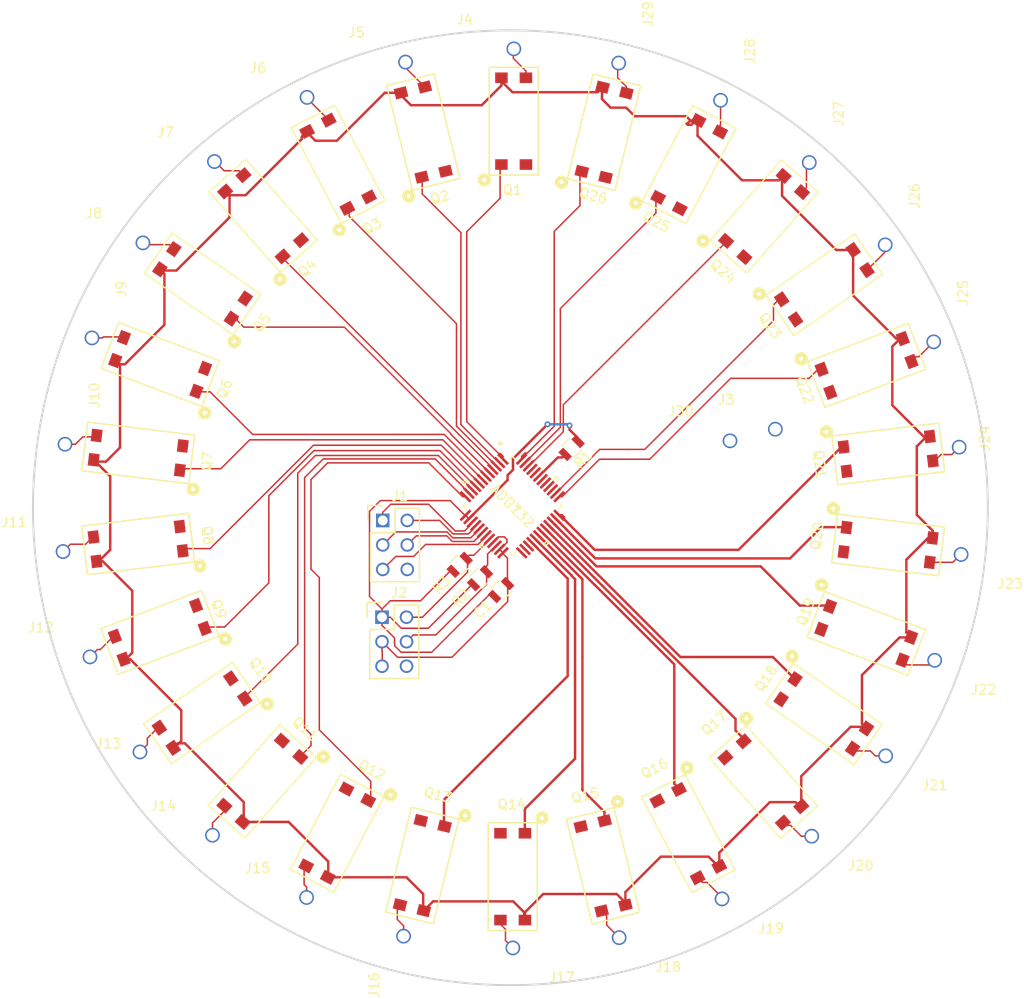
<source format=kicad_pcb>
(kicad_pcb (version 20171130) (host pcbnew 5.0.0-fee4fd1~66~ubuntu18.04.1)

  (general
    (thickness 1.6)
    (drawings 1)
    (tracks 456)
    (zones 0)
    (modules 61)
    (nets 75)
  )

  (page A4)
  (layers
    (0 F.Cu signal)
    (31 B.Cu signal)
    (32 B.Adhes user)
    (33 F.Adhes user)
    (34 B.Paste user)
    (35 F.Paste user)
    (36 B.SilkS user)
    (37 F.SilkS user)
    (38 B.Mask user)
    (39 F.Mask user)
    (40 Dwgs.User user hide)
    (41 Cmts.User user)
    (42 Eco1.User user)
    (43 Eco2.User user)
    (44 Edge.Cuts user)
    (45 Margin user)
    (46 B.CrtYd user)
    (47 F.CrtYd user)
    (48 B.Fab user)
    (49 F.Fab user hide)
  )

  (setup
    (last_trace_width 0.254)
    (user_trace_width 0.1524)
    (user_trace_width 0.254)
    (trace_clearance 0.1524)
    (zone_clearance 0.508)
    (zone_45_only no)
    (trace_min 0.1524)
    (segment_width 0.2)
    (edge_width 0.2)
    (via_size 0.6096)
    (via_drill 0.3048)
    (via_min_size 0.6096)
    (via_min_drill 0.3048)
    (uvia_size 0.3)
    (uvia_drill 0.1)
    (uvias_allowed no)
    (uvia_min_size 0.2)
    (uvia_min_drill 0.1)
    (pcb_text_width 0.3)
    (pcb_text_size 1.5 1.5)
    (mod_edge_width 0.15)
    (mod_text_size 1 1)
    (mod_text_width 0.15)
    (pad_size 1.524 1.524)
    (pad_drill 0.762)
    (pad_to_mask_clearance 0.2)
    (aux_axis_origin 0 0)
    (visible_elements FFFFFF7F)
    (pcbplotparams
      (layerselection 0x010fc_ffffffff)
      (usegerberextensions false)
      (usegerberattributes false)
      (usegerberadvancedattributes false)
      (creategerberjobfile false)
      (excludeedgelayer true)
      (linewidth 0.100000)
      (plotframeref false)
      (viasonmask false)
      (mode 1)
      (useauxorigin false)
      (hpglpennumber 1)
      (hpglpenspeed 20)
      (hpglpendiameter 15.000000)
      (psnegative false)
      (psa4output false)
      (plotreference true)
      (plotvalue true)
      (plotinvisibletext false)
      (padsonsilk false)
      (subtractmaskfromsilk false)
      (outputformat 1)
      (mirror false)
      (drillshape 1)
      (scaleselection 1)
      (outputdirectory ""))
  )

  (net 0 "")
  (net 1 GND)
  (net 2 VCC)
  (net 3 "Net-(J1-Pad6)")
  (net 4 /A4)
  (net 5 /A3)
  (net 6 /A2)
  (net 7 /A1)
  (net 8 /A0)
  (net 9 /~CS)
  (net 10 /~EN)
  (net 11 "Net-(J2-Pad6)")
  (net 12 /Hot_in)
  (net 13 /Hot_outA)
  (net 14 /SA)
  (net 15 /SB)
  (net 16 /Hot_outB)
  (net 17 /Hot_outC)
  (net 18 /SC)
  (net 19 /SD)
  (net 20 /Hot_outD)
  (net 21 /Hot_outE)
  (net 22 /SE)
  (net 23 /SF)
  (net 24 /Hot_outF)
  (net 25 /Hot_outG)
  (net 26 /SG)
  (net 27 /SH)
  (net 28 /Hot_outH)
  (net 29 /Hot_outI)
  (net 30 /SI)
  (net 31 /Hot_outJ)
  (net 32 /SJ)
  (net 33 /SK)
  (net 34 /Hot_outK)
  (net 35 /SL)
  (net 36 /Hot_outL)
  (net 37 /SM)
  (net 38 /Hot_outM)
  (net 39 /Hot_outN)
  (net 40 /SN)
  (net 41 /SO)
  (net 42 /Hot_outO)
  (net 43 /Hot_outP)
  (net 44 /SP)
  (net 45 /SQ)
  (net 46 /Hot_outQ)
  (net 47 /Hot_outR)
  (net 48 /SR)
  (net 49 /SS)
  (net 50 /Hot_outS)
  (net 51 /Hot_outT)
  (net 52 /ST)
  (net 53 /SU)
  (net 54 /Hot_outU)
  (net 55 /Hot_outV)
  (net 56 /SV)
  (net 57 /SW)
  (net 58 /Hot_outW)
  (net 59 /Hot_outX)
  (net 60 /SX)
  (net 61 /SY)
  (net 62 /Hot_outY)
  (net 63 /Hot_outZ)
  (net 64 /SZ)
  (net 65 "Net-(R1-Pad2)")
  (net 66 "Net-(U1-Pad39)")
  (net 67 "Net-(U1-Pad40)")
  (net 68 "Net-(U1-Pad41)")
  (net 69 "Net-(U1-Pad42)")
  (net 70 "Net-(U1-Pad25)")
  (net 71 "Net-(U1-Pad26)")
  (net 72 "Net-(U1-Pad27)")
  (net 73 "Net-(U1-Pad45)")
  (net 74 "Net-(U1-Pad44)")

  (net_class Default "This is the default net class."
    (clearance 0.1524)
    (trace_width 0.1524)
    (via_dia 0.6096)
    (via_drill 0.3048)
    (uvia_dia 0.3)
    (uvia_drill 0.1)
    (diff_pair_gap 0.1524)
    (diff_pair_width 0.1524)
    (add_net /A0)
    (add_net /A1)
    (add_net /A2)
    (add_net /A3)
    (add_net /A4)
    (add_net /Hot_in)
    (add_net /Hot_outA)
    (add_net /Hot_outB)
    (add_net /Hot_outC)
    (add_net /Hot_outD)
    (add_net /Hot_outE)
    (add_net /Hot_outF)
    (add_net /Hot_outG)
    (add_net /Hot_outH)
    (add_net /Hot_outI)
    (add_net /Hot_outJ)
    (add_net /Hot_outK)
    (add_net /Hot_outL)
    (add_net /Hot_outM)
    (add_net /Hot_outN)
    (add_net /Hot_outO)
    (add_net /Hot_outP)
    (add_net /Hot_outQ)
    (add_net /Hot_outR)
    (add_net /Hot_outS)
    (add_net /Hot_outT)
    (add_net /Hot_outU)
    (add_net /Hot_outV)
    (add_net /Hot_outW)
    (add_net /Hot_outX)
    (add_net /Hot_outY)
    (add_net /Hot_outZ)
    (add_net /SA)
    (add_net /SB)
    (add_net /SC)
    (add_net /SD)
    (add_net /SE)
    (add_net /SF)
    (add_net /SG)
    (add_net /SH)
    (add_net /SI)
    (add_net /SJ)
    (add_net /SK)
    (add_net /SL)
    (add_net /SM)
    (add_net /SN)
    (add_net /SO)
    (add_net /SP)
    (add_net /SQ)
    (add_net /SR)
    (add_net /SS)
    (add_net /ST)
    (add_net /SU)
    (add_net /SV)
    (add_net /SW)
    (add_net /SX)
    (add_net /SY)
    (add_net /SZ)
    (add_net /~CS)
    (add_net /~EN)
    (add_net GND)
    (add_net "Net-(J1-Pad6)")
    (add_net "Net-(J2-Pad6)")
    (add_net "Net-(R1-Pad2)")
    (add_net "Net-(U1-Pad25)")
    (add_net "Net-(U1-Pad26)")
    (add_net "Net-(U1-Pad27)")
    (add_net "Net-(U1-Pad39)")
    (add_net "Net-(U1-Pad40)")
    (add_net "Net-(U1-Pad41)")
    (add_net "Net-(U1-Pad42)")
    (add_net "Net-(U1-Pad44)")
    (add_net "Net-(U1-Pad45)")
    (add_net VCC)
  )

  (module enigmaprints:thru_hole (layer F.Cu) (tedit 5BFB851A) (tstamp 5BFC9E36)
    (at 156.2735 73.406)
    (path /5BFF1BB0)
    (fp_text reference J30 (at -5.08 -3.048) (layer F.SilkS)
      (effects (font (size 1 1) (thickness 0.15)))
    )
    (fp_text value Through_hole (at -0.508 -3.556) (layer F.Fab)
      (effects (font (size 1 1) (thickness 0.15)))
    )
    (pad 1 thru_hole circle (at 0 0) (size 1.524 1.524) (drill 1.2) (layers *.Cu *.Mask)
      (net 12 /Hot_in))
  )

  (module enigmaprints:Pin_Header_Straight_2x03 (layer F.Cu) (tedit 5BFBA4BB) (tstamp 5BEF08C0)
    (at 120.269 81.661)
    (descr "Through hole pin header")
    (tags "pin header")
    (path /5BEB666D)
    (fp_text reference J1 (at 1.778 -2.54) (layer F.SilkS)
      (effects (font (size 1 1) (thickness 0.15)))
    )
    (fp_text value CONN_02X03 (at 1.27 7.874) (layer F.Fab) hide
      (effects (font (size 1 1) (thickness 0.15)))
    )
    (fp_line (start 3.81 1.27) (end 3.81 -1.27) (layer F.SilkS) (width 0.15))
    (fp_line (start 3.81 -1.27) (end 1.27 -1.27) (layer F.SilkS) (width 0.15))
    (fp_line (start -1.55 -1.55) (end -1.55 0) (layer F.SilkS) (width 0.15))
    (fp_line (start 3.81 6.35) (end 3.81 1.27) (layer F.SilkS) (width 0.15))
    (fp_line (start -1.27 6.35) (end 3.81 6.35) (layer F.SilkS) (width 0.15))
    (fp_line (start 1.27 1.27) (end -1.27 1.27) (layer F.SilkS) (width 0.15))
    (fp_line (start 1.27 -1.27) (end 1.27 1.27) (layer F.SilkS) (width 0.15))
    (fp_line (start -1.75 6.85) (end 4.3 6.85) (layer F.CrtYd) (width 0.05))
    (fp_line (start -1.75 -1.75) (end 4.3 -1.75) (layer F.CrtYd) (width 0.05))
    (fp_line (start 4.3 -1.75) (end 4.3 6.85) (layer F.CrtYd) (width 0.05))
    (fp_line (start -1.75 -1.75) (end -1.75 6.85) (layer F.CrtYd) (width 0.05))
    (fp_line (start -1.55 -1.55) (end 0 -1.55) (layer F.SilkS) (width 0.15))
    (fp_line (start -1.27 1.27) (end -1.27 6.35) (layer F.SilkS) (width 0.15))
    (pad 6 thru_hole circle (at 2.54 5.08) (size 1.4 1.4) (drill 1.016) (layers *.Cu *.Mask)
      (net 3 "Net-(J1-Pad6)"))
    (pad 5 thru_hole circle (at 0 5.08) (size 1.4 1.4) (drill 1.016) (layers *.Cu *.Mask)
      (net 4 /A4))
    (pad 4 thru_hole circle (at 2.54 2.54) (size 1.4 1.4) (drill 1.016) (layers *.Cu *.Mask)
      (net 5 /A3))
    (pad 3 thru_hole circle (at 0 2.54) (size 1.4 1.4) (drill 1.016) (layers *.Cu *.Mask)
      (net 6 /A2))
    (pad 2 thru_hole circle (at 2.54 0) (size 1.4 1.4) (drill 1.016) (layers *.Cu *.Mask)
      (net 7 /A1))
    (pad 1 thru_hole rect (at 0 0) (size 1.4 1.4) (drill 1.016) (layers *.Cu *.Mask)
      (net 8 /A0))
    (model Pin_Headers.3dshapes/Pin_Header_Straight_2x03.wrl
      (offset (xyz 1.269999980926514 -2.539999961853027 0))
      (scale (xyz 1 1 1))
      (rotate (xyz 0 0 90))
    )
    (model ${LOCAL_DIR}/OEM_Preferred_Parts/3DModels/Header_Pin_2x3/Header_Straight_2x3.step
      (at (xyz 0 0 0))
      (scale (xyz 1 1 1))
      (rotate (xyz 0 0 90))
    )
  )

  (module enigmaprints:Pin_Header_Straight_2x03 (layer F.Cu) (tedit 5BFBA4BB) (tstamp 5BEF08D7)
    (at 120.1928 91.694)
    (descr "Through hole pin header")
    (tags "pin header")
    (path /5BEB6B2A)
    (fp_text reference J2 (at 1.778 -2.54) (layer F.SilkS)
      (effects (font (size 1 1) (thickness 0.15)))
    )
    (fp_text value CONN_02X03 (at 1.27 7.874) (layer F.Fab) hide
      (effects (font (size 1 1) (thickness 0.15)))
    )
    (fp_line (start 3.81 1.27) (end 3.81 -1.27) (layer F.SilkS) (width 0.15))
    (fp_line (start 3.81 -1.27) (end 1.27 -1.27) (layer F.SilkS) (width 0.15))
    (fp_line (start -1.55 -1.55) (end -1.55 0) (layer F.SilkS) (width 0.15))
    (fp_line (start 3.81 6.35) (end 3.81 1.27) (layer F.SilkS) (width 0.15))
    (fp_line (start -1.27 6.35) (end 3.81 6.35) (layer F.SilkS) (width 0.15))
    (fp_line (start 1.27 1.27) (end -1.27 1.27) (layer F.SilkS) (width 0.15))
    (fp_line (start 1.27 -1.27) (end 1.27 1.27) (layer F.SilkS) (width 0.15))
    (fp_line (start -1.75 6.85) (end 4.3 6.85) (layer F.CrtYd) (width 0.05))
    (fp_line (start -1.75 -1.75) (end 4.3 -1.75) (layer F.CrtYd) (width 0.05))
    (fp_line (start 4.3 -1.75) (end 4.3 6.85) (layer F.CrtYd) (width 0.05))
    (fp_line (start -1.75 -1.75) (end -1.75 6.85) (layer F.CrtYd) (width 0.05))
    (fp_line (start -1.55 -1.55) (end 0 -1.55) (layer F.SilkS) (width 0.15))
    (fp_line (start -1.27 1.27) (end -1.27 6.35) (layer F.SilkS) (width 0.15))
    (pad 6 thru_hole circle (at 2.54 5.08) (size 1.4 1.4) (drill 1.016) (layers *.Cu *.Mask)
      (net 11 "Net-(J2-Pad6)"))
    (pad 5 thru_hole circle (at 0 5.08) (size 1.4 1.4) (drill 1.016) (layers *.Cu *.Mask)
      (net 1 GND))
    (pad 4 thru_hole circle (at 2.54 2.54) (size 1.4 1.4) (drill 1.016) (layers *.Cu *.Mask)
      (net 10 /~EN))
    (pad 3 thru_hole circle (at 0 2.54) (size 1.4 1.4) (drill 1.016) (layers *.Cu *.Mask)
      (net 1 GND))
    (pad 2 thru_hole circle (at 2.54 0) (size 1.4 1.4) (drill 1.016) (layers *.Cu *.Mask)
      (net 9 /~CS))
    (pad 1 thru_hole rect (at 0 0) (size 1.4 1.4) (drill 1.016) (layers *.Cu *.Mask)
      (net 2 VCC))
    (model Pin_Headers.3dshapes/Pin_Header_Straight_2x03.wrl
      (offset (xyz 1.269999980926514 -2.539999961853027 0))
      (scale (xyz 1 1 1))
      (rotate (xyz 0 0 90))
    )
    (model ${LOCAL_DIR}/OEM_Preferred_Parts/3DModels/Header_Pin_2x3/Header_Straight_2x3.step
      (at (xyz 0 0 0))
      (scale (xyz 1 1 1))
      (rotate (xyz 0 0 90))
    )
  )

  (module enigmaprints:thru_hole (layer F.Cu) (tedit 5BFB851A) (tstamp 5BFC328D)
    (at 164.4904 44.5516 270)
    (path /5BFCBD5D)
    (fp_text reference J27 (at -5.08 -3.048 270) (layer F.SilkS)
      (effects (font (size 1 1) (thickness 0.15)))
    )
    (fp_text value Through_hole (at -0.508 -3.556 270) (layer F.Fab)
      (effects (font (size 1 1) (thickness 0.15)))
    )
    (pad 1 thru_hole circle (at 0 0 270) (size 1.524 1.524) (drill 1.2) (layers *.Cu *.Mask)
      (net 59 /Hot_outX))
  )

  (module enigmaprints:relay (layer F.Cu) (tedit 5BFBA5C7) (tstamp 5BFBFC5E)
    (at 124.370378 117.44501 166.1538462)
    (path /5BED98C0)
    (fp_text reference Q13 (at 0.18281 7.484342 166.1538462) (layer F.SilkS)
      (effects (font (size 1 1) (thickness 0.15)))
    )
    (fp_text value CPC1025NTR (at -0.259686 -22.543105 166.1538462) (layer F.Fab)
      (effects (font (size 1 1) (thickness 0.15)))
    )
    (fp_circle (center -3.048 6.096) (end -2.848 6.096) (layer F.SilkS) (width 0.5))
    (fp_line (start -2.54 5.588) (end -2.54 -5.588) (layer F.SilkS) (width 0.15))
    (fp_line (start 2.54 5.588) (end -2.54 5.588) (layer F.SilkS) (width 0.15))
    (fp_line (start 2.54 -5.588) (end 2.54 5.588) (layer F.SilkS) (width 0.15))
    (fp_line (start -2.54 -5.588) (end 2.54 -5.588) (layer F.SilkS) (width 0.15))
    (pad 4 smd rect (at -1.27 -4.5 166.1538462) (size 1.3 1.1) (layers F.Cu F.Paste F.Mask)
      (net 12 /Hot_in))
    (pad 3 smd rect (at 1.27 -4.5 166.1538462) (size 1.3 1.1) (layers F.Cu F.Paste F.Mask)
      (net 38 /Hot_outM))
    (pad 2 smd rect (at 1.27 4.5 166.1538462) (size 1.3 1.1) (layers F.Cu F.Paste F.Mask)
      (net 1 GND))
    (pad 1 smd rect (at -1.27 4.5 166.1538462) (size 1.3 1.1) (layers F.Cu F.Paste F.Mask)
      (net 37 /SM))
    (model /home/corey/Documents/Class/Enigma/PCB/libs/4_PIN_SSOP.STEP
      (offset (xyz 0 0 0.6349999904632568))
      (scale (xyz 1.8 1.8 1.8))
      (rotate (xyz -90 0 -90))
    )
  )

  (module enigmaprints:relay (layer F.Cu) (tedit 5BFBA5C7) (tstamp 5BFBFC52)
    (at 115.54623 114.085354 152.3076923)
    (path /5BED98AF)
    (fp_text reference Q12 (at -0.129624 7.456038 152.3076923) (layer F.SilkS)
      (effects (font (size 1 1) (thickness 0.15)))
    )
    (fp_text value CPC1025NTR (at -3.447221 -24.881464 152.3076923) (layer F.Fab)
      (effects (font (size 1 1) (thickness 0.15)))
    )
    (fp_circle (center -3.048 6.096) (end -2.848 6.096) (layer F.SilkS) (width 0.5))
    (fp_line (start -2.54 5.588) (end -2.54 -5.588) (layer F.SilkS) (width 0.15))
    (fp_line (start 2.54 5.588) (end -2.54 5.588) (layer F.SilkS) (width 0.15))
    (fp_line (start 2.54 -5.588) (end 2.54 5.588) (layer F.SilkS) (width 0.15))
    (fp_line (start -2.54 -5.588) (end 2.54 -5.588) (layer F.SilkS) (width 0.15))
    (pad 4 smd rect (at -1.27 -4.5 152.3076923) (size 1.3 1.1) (layers F.Cu F.Paste F.Mask)
      (net 12 /Hot_in))
    (pad 3 smd rect (at 1.269999 -4.5 152.3076923) (size 1.3 1.1) (layers F.Cu F.Paste F.Mask)
      (net 36 /Hot_outL))
    (pad 2 smd rect (at 1.27 4.5 152.3076923) (size 1.3 1.1) (layers F.Cu F.Paste F.Mask)
      (net 1 GND))
    (pad 1 smd rect (at -1.269999 4.5 152.3076923) (size 1.3 1.1) (layers F.Cu F.Paste F.Mask)
      (net 35 /SL))
    (model /home/corey/Documents/Class/Enigma/PCB/libs/4_PIN_SSOP.STEP
      (offset (xyz 0 0 0.6349999904632568))
      (scale (xyz 1.8 1.8 1.8))
      (rotate (xyz -90 0 -90))
    )
  )

  (module enigmaprints:relay (layer F.Cu) (tedit 5BFBA5C7) (tstamp 5BFBFC46)
    (at 107.782514 108.711567 138.4615385)
    (path /5BED989E)
    (fp_text reference Q11 (at 0.284772 7.009022 138.4615385) (layer F.SilkS)
      (effects (font (size 1 1) (thickness 0.15)))
    )
    (fp_text value CPC1025NTR (at -5.17219 -24.737436 138.4615385) (layer F.Fab)
      (effects (font (size 1 1) (thickness 0.15)))
    )
    (fp_circle (center -3.048 6.096) (end -2.848 6.096) (layer F.SilkS) (width 0.5))
    (fp_line (start -2.54 5.588) (end -2.54 -5.588) (layer F.SilkS) (width 0.15))
    (fp_line (start 2.54 5.588) (end -2.54 5.588) (layer F.SilkS) (width 0.15))
    (fp_line (start 2.54 -5.588) (end 2.54 5.588) (layer F.SilkS) (width 0.15))
    (fp_line (start -2.54 -5.588) (end 2.54 -5.588) (layer F.SilkS) (width 0.15))
    (pad 4 smd rect (at -1.27 -4.5 138.4615385) (size 1.3 1.1) (layers F.Cu F.Paste F.Mask)
      (net 12 /Hot_in))
    (pad 3 smd rect (at 1.27 -4.500001 138.4615385) (size 1.3 1.1) (layers F.Cu F.Paste F.Mask)
      (net 34 /Hot_outK))
    (pad 2 smd rect (at 1.27 4.5 138.4615385) (size 1.3 1.1) (layers F.Cu F.Paste F.Mask)
      (net 1 GND))
    (pad 1 smd rect (at -1.27 4.500001 138.4615385) (size 1.3 1.1) (layers F.Cu F.Paste F.Mask)
      (net 33 /SK))
    (model /home/corey/Documents/Class/Enigma/PCB/libs/4_PIN_SSOP.STEP
      (offset (xyz 0 0 0.6349999904632568))
      (scale (xyz 1.8 1.8 1.8))
      (rotate (xyz -90 0 -90))
    )
  )

  (module enigmaprints:relay (layer F.Cu) (tedit 5BFBA5C7) (tstamp 5BFBFC3A)
    (at 101.530429 101.635954 124.6153846)
    (path /5BED988D)
    (fp_text reference Q10 (at 0.180313 7.492736 124.6153846) (layer F.SilkS)
      (effects (font (size 1 1) (thickness 0.15)))
    )
    (fp_text value CPC1025NTR (at 1.016897 -21.620309 124.6153846) (layer F.Fab)
      (effects (font (size 1 1) (thickness 0.15)))
    )
    (fp_circle (center -3.048 6.096) (end -2.848 6.096) (layer F.SilkS) (width 0.5))
    (fp_line (start -2.54 5.588) (end -2.54 -5.588) (layer F.SilkS) (width 0.15))
    (fp_line (start 2.54 5.588) (end -2.54 5.588) (layer F.SilkS) (width 0.15))
    (fp_line (start 2.54 -5.588) (end 2.54 5.588) (layer F.SilkS) (width 0.15))
    (fp_line (start -2.54 -5.588) (end 2.54 -5.588) (layer F.SilkS) (width 0.15))
    (pad 4 smd rect (at -1.27 -4.5 124.6153846) (size 1.3 1.1) (layers F.Cu F.Paste F.Mask)
      (net 12 /Hot_in))
    (pad 3 smd rect (at 1.27 -4.5 124.6153846) (size 1.3 1.1) (layers F.Cu F.Paste F.Mask)
      (net 31 /Hot_outJ))
    (pad 2 smd rect (at 1.27 4.5 124.6153846) (size 1.3 1.1) (layers F.Cu F.Paste F.Mask)
      (net 1 GND))
    (pad 1 smd rect (at -1.27 4.5 124.6153846) (size 1.3 1.1) (layers F.Cu F.Paste F.Mask)
      (net 32 /SJ))
    (model /home/corey/Documents/Class/Enigma/PCB/libs/4_PIN_SSOP.STEP
      (offset (xyz 0 0 0.6349999904632568))
      (scale (xyz 1.8 1.8 1.8))
      (rotate (xyz -90 0 -90))
    )
  )

  (module enigmaprints:relay (layer F.Cu) (tedit 5BFBA5C7) (tstamp 5BFBFC2E)
    (at 97.153323 93.269723 110.7692308)
    (path /5BED987C)
    (fp_text reference Q9 (at 0.109534 6.590172 110.7692308) (layer F.SilkS)
      (effects (font (size 1 1) (thickness 0.15)))
    )
    (fp_text value CPC1025NTR (at 1.557643 -19.862944 110.7692308) (layer F.Fab)
      (effects (font (size 1 1) (thickness 0.15)))
    )
    (fp_circle (center -3.048 6.096) (end -2.848 6.096) (layer F.SilkS) (width 0.5))
    (fp_line (start -2.54 5.588) (end -2.54 -5.588) (layer F.SilkS) (width 0.15))
    (fp_line (start 2.54 5.588) (end -2.54 5.588) (layer F.SilkS) (width 0.15))
    (fp_line (start 2.54 -5.588) (end 2.54 5.588) (layer F.SilkS) (width 0.15))
    (fp_line (start -2.54 -5.588) (end 2.54 -5.588) (layer F.SilkS) (width 0.15))
    (pad 4 smd rect (at -1.27 -4.5 110.7692308) (size 1.3 1.1) (layers F.Cu F.Paste F.Mask)
      (net 12 /Hot_in))
    (pad 3 smd rect (at 1.27 -4.5 110.7692308) (size 1.3 1.1) (layers F.Cu F.Paste F.Mask)
      (net 29 /Hot_outI))
    (pad 2 smd rect (at 1.27 4.5 110.7692308) (size 1.3 1.1) (layers F.Cu F.Paste F.Mask)
      (net 1 GND))
    (pad 1 smd rect (at -1.27 4.5 110.7692308) (size 1.3 1.1) (layers F.Cu F.Paste F.Mask)
      (net 30 /SI))
    (model /home/corey/Documents/Class/Enigma/PCB/libs/4_PIN_SSOP.STEP
      (offset (xyz 0 0 0.6349999904632568))
      (scale (xyz 1.8 1.8 1.8))
      (rotate (xyz -90 0 -90))
    )
  )

  (module enigmaprints:relay (layer F.Cu) (tedit 5BFBA5C7) (tstamp 5BFBFC22)
    (at 94.905578 84.099089 96.92307692)
    (path /5BED8DC7)
    (fp_text reference Q8 (at 0.014053 7.257028 276.9230769) (layer F.SilkS)
      (effects (font (size 1 1) (thickness 0.15)))
    )
    (fp_text value CPC1025NTR (at -0.824321 -17.86842 96.92307692) (layer F.Fab)
      (effects (font (size 1 1) (thickness 0.15)))
    )
    (fp_circle (center -3.048 6.096) (end -2.848 6.096) (layer F.SilkS) (width 0.5))
    (fp_line (start -2.54 5.588) (end -2.54 -5.588) (layer F.SilkS) (width 0.15))
    (fp_line (start 2.54 5.588) (end -2.54 5.588) (layer F.SilkS) (width 0.15))
    (fp_line (start 2.54 -5.588) (end 2.54 5.588) (layer F.SilkS) (width 0.15))
    (fp_line (start -2.54 -5.588) (end 2.54 -5.588) (layer F.SilkS) (width 0.15))
    (pad 4 smd rect (at -1.27 -4.5 96.92307692) (size 1.3 1.1) (layers F.Cu F.Paste F.Mask)
      (net 12 /Hot_in))
    (pad 3 smd rect (at 1.27 -4.500001 96.92307692) (size 1.3 1.1) (layers F.Cu F.Paste F.Mask)
      (net 28 /Hot_outH))
    (pad 2 smd rect (at 1.27 4.5 96.92307692) (size 1.3 1.1) (layers F.Cu F.Paste F.Mask)
      (net 1 GND))
    (pad 1 smd rect (at -1.27 4.500001 96.92307692) (size 1.3 1.1) (layers F.Cu F.Paste F.Mask)
      (net 27 /SH))
    (model /home/corey/Documents/Class/Enigma/PCB/libs/4_PIN_SSOP.STEP
      (offset (xyz 0 0 0.6349999904632568))
      (scale (xyz 1.8 1.8 1.8))
      (rotate (xyz -90 0 -90))
    )
  )

  (module enigmaprints:relay (layer F.Cu) (tedit 5BFBA5C7) (tstamp 5BFBFC16)
    (at 94.917824 74.657017 83.07692308)
    (path /5BED8DB6)
    (fp_text reference Q7 (at -0.015591 7.193706 83.07692308) (layer F.SilkS)
      (effects (font (size 1 1) (thickness 0.15)))
    )
    (fp_text value CPC1025NTR (at -0.089629 -18.281513 83.07692308) (layer F.Fab)
      (effects (font (size 1 1) (thickness 0.15)))
    )
    (fp_circle (center -3.048 6.096) (end -2.848 6.096) (layer F.SilkS) (width 0.5))
    (fp_line (start -2.54 5.588) (end -2.54 -5.588) (layer F.SilkS) (width 0.15))
    (fp_line (start 2.54 5.588) (end -2.54 5.588) (layer F.SilkS) (width 0.15))
    (fp_line (start 2.54 -5.588) (end 2.54 5.588) (layer F.SilkS) (width 0.15))
    (fp_line (start -2.54 -5.588) (end 2.54 -5.588) (layer F.SilkS) (width 0.15))
    (pad 4 smd rect (at -1.27 -4.500001 83.07692308) (size 1.3 1.1) (layers F.Cu F.Paste F.Mask)
      (net 12 /Hot_in))
    (pad 3 smd rect (at 1.27 -4.5 83.07692308) (size 1.3 1.1) (layers F.Cu F.Paste F.Mask)
      (net 25 /Hot_outG))
    (pad 2 smd rect (at 1.27 4.500001 83.07692308) (size 1.3 1.1) (layers F.Cu F.Paste F.Mask)
      (net 1 GND))
    (pad 1 smd rect (at -1.27 4.5 83.07692308) (size 1.3 1.1) (layers F.Cu F.Paste F.Mask)
      (net 26 /SG))
    (model /home/corey/Documents/Class/Enigma/PCB/libs/4_PIN_SSOP.STEP
      (offset (xyz 0 0 0.6349999904632568))
      (scale (xyz 1.8 1.8 1.8))
      (rotate (xyz -90 0 -90))
    )
  )

  (module enigmaprints:relay (layer F.Cu) (tedit 5BFBA5C7) (tstamp 5BFBFC0A)
    (at 97.189351 65.492245 69.23076923)
    (path /5BED8DA5)
    (fp_text reference Q6 (at 0.01005 7.158254 69.23076923) (layer F.SilkS)
      (effects (font (size 1 1) (thickness 0.15)))
    )
    (fp_text value CPC1025NTR (at -2.042456 -18.739659 69.23076923) (layer F.Fab)
      (effects (font (size 1 1) (thickness 0.15)))
    )
    (fp_circle (center -3.048 6.096) (end -2.848 6.096) (layer F.SilkS) (width 0.5))
    (fp_line (start -2.54 5.588) (end -2.54 -5.588) (layer F.SilkS) (width 0.15))
    (fp_line (start 2.54 5.588) (end -2.54 5.588) (layer F.SilkS) (width 0.15))
    (fp_line (start 2.54 -5.588) (end 2.54 5.588) (layer F.SilkS) (width 0.15))
    (fp_line (start -2.54 -5.588) (end 2.54 -5.588) (layer F.SilkS) (width 0.15))
    (pad 4 smd rect (at -1.27 -4.5 69.23076923) (size 1.3 1.1) (layers F.Cu F.Paste F.Mask)
      (net 12 /Hot_in))
    (pad 3 smd rect (at 1.27 -4.5 69.23076923) (size 1.3 1.1) (layers F.Cu F.Paste F.Mask)
      (net 24 /Hot_outF))
    (pad 2 smd rect (at 1.27 4.5 69.23076923) (size 1.3 1.1) (layers F.Cu F.Paste F.Mask)
      (net 1 GND))
    (pad 1 smd rect (at -1.27 4.5 69.23076923) (size 1.3 1.1) (layers F.Cu F.Paste F.Mask)
      (net 23 /SF))
    (model /home/corey/Documents/Class/Enigma/PCB/libs/4_PIN_SSOP.STEP
      (offset (xyz 0 0 0.6349999904632568))
      (scale (xyz 1.8 1.8 1.8))
      (rotate (xyz -90 0 -90))
    )
  )

  (module enigmaprints:relay (layer F.Cu) (tedit 5BFBA5C7) (tstamp 5BFBFBFE)
    (at 101.588144 57.137397 55.38461538)
    (path /5BED8D94)
    (fp_text reference Q5 (at 0.185344 7.355391 55.38461538) (layer F.SilkS)
      (effects (font (size 1 1) (thickness 0.15)))
    )
    (fp_text value CPC1025NTR (at -0.939094 -20.386156 55.38461538) (layer F.Fab)
      (effects (font (size 1 1) (thickness 0.15)))
    )
    (fp_circle (center -3.048 6.096) (end -2.848 6.096) (layer F.SilkS) (width 0.5))
    (fp_line (start -2.54 5.588) (end -2.54 -5.588) (layer F.SilkS) (width 0.15))
    (fp_line (start 2.54 5.588) (end -2.54 5.588) (layer F.SilkS) (width 0.15))
    (fp_line (start 2.54 -5.588) (end 2.54 5.588) (layer F.SilkS) (width 0.15))
    (fp_line (start -2.54 -5.588) (end 2.54 -5.588) (layer F.SilkS) (width 0.15))
    (pad 4 smd rect (at -1.27 -4.5 55.38461538) (size 1.3 1.1) (layers F.Cu F.Paste F.Mask)
      (net 12 /Hot_in))
    (pad 3 smd rect (at 1.27 -4.5 55.38461538) (size 1.3 1.1) (layers F.Cu F.Paste F.Mask)
      (net 21 /Hot_outE))
    (pad 2 smd rect (at 1.27 4.5 55.38461538) (size 1.3 1.1) (layers F.Cu F.Paste F.Mask)
      (net 1 GND))
    (pad 1 smd rect (at -1.27 4.5 55.38461538) (size 1.3 1.1) (layers F.Cu F.Paste F.Mask)
      (net 22 /SE))
    (model /home/corey/Documents/Class/Enigma/PCB/libs/4_PIN_SSOP.STEP
      (offset (xyz 0 0 0.6349999904632568))
      (scale (xyz 1.8 1.8 1.8))
      (rotate (xyz -90 0 -90))
    )
  )

  (module enigmaprints:relay (layer F.Cu) (tedit 5BFBA5C7) (tstamp 5BFBFBF2)
    (at 107.858563 50.078026 41.53846154)
    (path /5BED86FF)
    (fp_text reference Q4 (at -0.159006 7.135414 41.53846154) (layer F.SilkS)
      (effects (font (size 1 1) (thickness 0.15)))
    )
    (fp_text value CPC1025NTR (at -1.347723 -20.250519 41.53846154) (layer F.Fab)
      (effects (font (size 1 1) (thickness 0.15)))
    )
    (fp_circle (center -3.048 6.096) (end -2.848 6.096) (layer F.SilkS) (width 0.5))
    (fp_line (start -2.54 5.588) (end -2.54 -5.588) (layer F.SilkS) (width 0.15))
    (fp_line (start 2.54 5.588) (end -2.54 5.588) (layer F.SilkS) (width 0.15))
    (fp_line (start 2.54 -5.588) (end 2.54 5.588) (layer F.SilkS) (width 0.15))
    (fp_line (start -2.54 -5.588) (end 2.54 -5.588) (layer F.SilkS) (width 0.15))
    (pad 4 smd rect (at -1.27 -4.500001 41.53846154) (size 1.3 1.1) (layers F.Cu F.Paste F.Mask)
      (net 12 /Hot_in))
    (pad 3 smd rect (at 1.27 -4.5 41.53846154) (size 1.3 1.1) (layers F.Cu F.Paste F.Mask)
      (net 20 /Hot_outD))
    (pad 2 smd rect (at 1.27 4.500001 41.53846154) (size 1.3 1.1) (layers F.Cu F.Paste F.Mask)
      (net 1 GND))
    (pad 1 smd rect (at -1.27 4.5 41.53846154) (size 1.3 1.1) (layers F.Cu F.Paste F.Mask)
      (net 19 /SD))
    (model /home/corey/Documents/Class/Enigma/PCB/libs/4_PIN_SSOP.STEP
      (offset (xyz 0 0 0.6349999904632568))
      (scale (xyz 1.8 1.8 1.8))
      (rotate (xyz -90 0 -90))
    )
  )

  (module enigmaprints:relay (layer F.Cu) (tedit 5BFBA5C7) (tstamp 5BFBFBE6)
    (at 115.636193 44.724396 27.69230769)
    (path /5BED86EE)
    (fp_text reference Q3 (at 0.146322 7.33995 27.69230769) (layer F.SilkS)
      (effects (font (size 1 1) (thickness 0.15)))
    )
    (fp_text value CPC1025NTR (at -0.093888 -16.251093 27.69230769) (layer F.Fab)
      (effects (font (size 1 1) (thickness 0.15)))
    )
    (fp_circle (center -3.048 6.096) (end -2.848 6.096) (layer F.SilkS) (width 0.5))
    (fp_line (start -2.54 5.588) (end -2.54 -5.588) (layer F.SilkS) (width 0.15))
    (fp_line (start 2.54 5.588) (end -2.54 5.588) (layer F.SilkS) (width 0.15))
    (fp_line (start 2.54 -5.588) (end 2.54 5.588) (layer F.SilkS) (width 0.15))
    (fp_line (start -2.54 -5.588) (end 2.54 -5.588) (layer F.SilkS) (width 0.15))
    (pad 4 smd rect (at -1.269999 -4.5 27.69230769) (size 1.3 1.1) (layers F.Cu F.Paste F.Mask)
      (net 12 /Hot_in))
    (pad 3 smd rect (at 1.27 -4.5 27.69230769) (size 1.3 1.1) (layers F.Cu F.Paste F.Mask)
      (net 17 /Hot_outC))
    (pad 2 smd rect (at 1.269999 4.5 27.69230769) (size 1.3 1.1) (layers F.Cu F.Paste F.Mask)
      (net 1 GND))
    (pad 1 smd rect (at -1.27 4.5 27.69230769) (size 1.3 1.1) (layers F.Cu F.Paste F.Mask)
      (net 18 /SC))
    (model /home/corey/Documents/Class/Enigma/PCB/libs/4_PIN_SSOP.STEP
      (offset (xyz 0 0 0.6349999904632568))
      (scale (xyz 1.8 1.8 1.8))
      (rotate (xyz -90 0 -90))
    )
  )

  (module enigmaprints:relay (layer F.Cu) (tedit 5BFBA5C7) (tstamp 5BFBFBDA)
    (at 124.469026 41.387642 13.84615385)
    (path /5BED7AAE)
    (fp_text reference Q2 (at 0.047899 6.985198 13.84615385) (layer F.SilkS)
      (effects (font (size 1 1) (thickness 0.15)))
    )
    (fp_text value CPC1025NTR (at -2.603453 -16.009084 13.84615385) (layer F.Fab)
      (effects (font (size 1 1) (thickness 0.15)))
    )
    (fp_circle (center -3.048 6.096) (end -2.848 6.096) (layer F.SilkS) (width 0.5))
    (fp_line (start -2.54 5.588) (end -2.54 -5.588) (layer F.SilkS) (width 0.15))
    (fp_line (start 2.54 5.588) (end -2.54 5.588) (layer F.SilkS) (width 0.15))
    (fp_line (start 2.54 -5.588) (end 2.54 5.588) (layer F.SilkS) (width 0.15))
    (fp_line (start -2.54 -5.588) (end 2.54 -5.588) (layer F.SilkS) (width 0.15))
    (pad 4 smd rect (at -1.27 -4.5 13.84615385) (size 1.3 1.1) (layers F.Cu F.Paste F.Mask)
      (net 12 /Hot_in))
    (pad 3 smd rect (at 1.27 -4.5 13.84615385) (size 1.3 1.1) (layers F.Cu F.Paste F.Mask)
      (net 16 /Hot_outB))
    (pad 2 smd rect (at 1.27 4.5 13.84615385) (size 1.3 1.1) (layers F.Cu F.Paste F.Mask)
      (net 1 GND))
    (pad 1 smd rect (at -1.27 4.5 13.84615385) (size 1.3 1.1) (layers F.Cu F.Paste F.Mask)
      (net 15 /SB))
    (model /home/corey/Documents/Class/Enigma/PCB/libs/4_PIN_SSOP.STEP
      (offset (xyz 0 0 0.6349999904632568))
      (scale (xyz 1.8 1.8 1.8))
      (rotate (xyz -90 0 -90))
    )
  )

  (module enigmaprints:relay (layer F.Cu) (tedit 5BFBA5C7) (tstamp 5BFC3053)
    (at 133.843731 40.261683)
    (path /5BEB70D3)
    (fp_text reference Q1 (at -0.138131 7.134717) (layer F.SilkS)
      (effects (font (size 1 1) (thickness 0.15)))
    )
    (fp_text value CPC1025NTR (at -0.646131 -14.861683) (layer F.Fab)
      (effects (font (size 1 1) (thickness 0.15)))
    )
    (fp_circle (center -3.048 6.096) (end -2.848 6.096) (layer F.SilkS) (width 0.5))
    (fp_line (start -2.54 5.588) (end -2.54 -5.588) (layer F.SilkS) (width 0.15))
    (fp_line (start 2.54 5.588) (end -2.54 5.588) (layer F.SilkS) (width 0.15))
    (fp_line (start 2.54 -5.588) (end 2.54 5.588) (layer F.SilkS) (width 0.15))
    (fp_line (start -2.54 -5.588) (end 2.54 -5.588) (layer F.SilkS) (width 0.15))
    (pad 4 smd rect (at -1.27 -4.5) (size 1.3 1.1) (layers F.Cu F.Paste F.Mask)
      (net 12 /Hot_in))
    (pad 3 smd rect (at 1.27 -4.5) (size 1.3 1.1) (layers F.Cu F.Paste F.Mask)
      (net 13 /Hot_outA))
    (pad 2 smd rect (at 1.27 4.5) (size 1.3 1.1) (layers F.Cu F.Paste F.Mask)
      (net 1 GND))
    (pad 1 smd rect (at -1.27 4.5) (size 1.3 1.1) (layers F.Cu F.Paste F.Mask)
      (net 14 /SA))
    (model /home/corey/Documents/Class/Enigma/PCB/libs/4_PIN_SSOP.STEP
      (offset (xyz 0 0 0.6349999904632568))
      (scale (xyz 1.8 1.8 1.8))
      (rotate (xyz -90 0 -90))
    )
  )

  (module enigmaprints:relay (layer F.Cu) (tedit 5BFBA5C7) (tstamp 5BFC3001)
    (at 143.215484 41.411956 346.1538462)
    (path /5BEDF8A7)
    (fp_text reference Q26 (at 0.482948 6.672353 346.1538462) (layer F.SilkS)
      (effects (font (size 1 1) (thickness 0.15)))
    )
    (fp_text value CPC1025NTR (at -0.586523 -16.346594 346.1538462) (layer F.Fab)
      (effects (font (size 1 1) (thickness 0.15)))
    )
    (fp_circle (center -3.048 6.096) (end -2.848 6.096) (layer F.SilkS) (width 0.5))
    (fp_line (start -2.54 5.588) (end -2.54 -5.588) (layer F.SilkS) (width 0.15))
    (fp_line (start 2.54 5.588) (end -2.54 5.588) (layer F.SilkS) (width 0.15))
    (fp_line (start 2.54 -5.588) (end 2.54 5.588) (layer F.SilkS) (width 0.15))
    (fp_line (start -2.54 -5.588) (end 2.54 -5.588) (layer F.SilkS) (width 0.15))
    (pad 4 smd rect (at -1.27 -4.5 346.1538462) (size 1.3 1.1) (layers F.Cu F.Paste F.Mask)
      (net 12 /Hot_in))
    (pad 3 smd rect (at 1.27 -4.5 346.1538462) (size 1.3 1.1) (layers F.Cu F.Paste F.Mask)
      (net 63 /Hot_outZ))
    (pad 2 smd rect (at 1.27 4.5 346.1538462) (size 1.3 1.1) (layers F.Cu F.Paste F.Mask)
      (net 1 GND))
    (pad 1 smd rect (at -1.27 4.5 346.1538462) (size 1.3 1.1) (layers F.Cu F.Paste F.Mask)
      (net 64 /SZ))
    (model /home/corey/Documents/Class/Enigma/PCB/libs/4_PIN_SSOP.STEP
      (offset (xyz 0 0 0.6349999904632568))
      (scale (xyz 1.8 1.8 1.8))
      (rotate (xyz -90 0 -90))
    )
  )

  (module enigmaprints:relay (layer F.Cu) (tedit 5BFBA5C7) (tstamp 5BFBFBB6)
    (at 152.039632 44.771612 332.3076923)
    (path /5BEDF896)
    (fp_text reference Q25 (at -0.255201 6.827426 332.3076923) (layer F.SilkS)
      (effects (font (size 1 1) (thickness 0.15)))
    )
    (fp_text value CPC1025NTR (at -3.729576 -12.691304 332.3076923) (layer F.Fab)
      (effects (font (size 1 1) (thickness 0.15)))
    )
    (fp_circle (center -3.048 6.096) (end -2.848 6.096) (layer F.SilkS) (width 0.5))
    (fp_line (start -2.54 5.588) (end -2.54 -5.588) (layer F.SilkS) (width 0.15))
    (fp_line (start 2.54 5.588) (end -2.54 5.588) (layer F.SilkS) (width 0.15))
    (fp_line (start 2.54 -5.588) (end 2.54 5.588) (layer F.SilkS) (width 0.15))
    (fp_line (start -2.54 -5.588) (end 2.54 -5.588) (layer F.SilkS) (width 0.15))
    (pad 4 smd rect (at -1.27 -4.5 332.3076923) (size 1.3 1.1) (layers F.Cu F.Paste F.Mask)
      (net 12 /Hot_in))
    (pad 3 smd rect (at 1.269999 -4.5 332.3076923) (size 1.3 1.1) (layers F.Cu F.Paste F.Mask)
      (net 62 /Hot_outY))
    (pad 2 smd rect (at 1.27 4.5 332.3076923) (size 1.3 1.1) (layers F.Cu F.Paste F.Mask)
      (net 1 GND))
    (pad 1 smd rect (at -1.269999 4.5 332.3076923) (size 1.3 1.1) (layers F.Cu F.Paste F.Mask)
      (net 61 /SY))
    (model /home/corey/Documents/Class/Enigma/PCB/libs/4_PIN_SSOP.STEP
      (offset (xyz 0 0 0.6349999904632568))
      (scale (xyz 1.8 1.8 1.8))
      (rotate (xyz -90 0 -90))
    )
  )

  (module enigmaprints:relay (layer F.Cu) (tedit 5BFBA5C7) (tstamp 5BFBFBAA)
    (at 159.803348 50.145399 318.4615385)
    (path /5BEDAF15)
    (fp_text reference Q24 (at 0.585081 7.075143 318.4615385) (layer F.SilkS)
      (effects (font (size 1 1) (thickness 0.15)))
    )
    (fp_text value CPC1025NTR (at -0.787307 -12.476665 318.4615385) (layer F.Fab)
      (effects (font (size 1 1) (thickness 0.15)))
    )
    (fp_circle (center -3.048 6.096) (end -2.848 6.096) (layer F.SilkS) (width 0.5))
    (fp_line (start -2.54 5.588) (end -2.54 -5.588) (layer F.SilkS) (width 0.15))
    (fp_line (start 2.54 5.588) (end -2.54 5.588) (layer F.SilkS) (width 0.15))
    (fp_line (start 2.54 -5.588) (end 2.54 5.588) (layer F.SilkS) (width 0.15))
    (fp_line (start -2.54 -5.588) (end 2.54 -5.588) (layer F.SilkS) (width 0.15))
    (pad 4 smd rect (at -1.27 -4.5 318.4615385) (size 1.3 1.1) (layers F.Cu F.Paste F.Mask)
      (net 12 /Hot_in))
    (pad 3 smd rect (at 1.27 -4.500001 318.4615385) (size 1.3 1.1) (layers F.Cu F.Paste F.Mask)
      (net 59 /Hot_outX))
    (pad 2 smd rect (at 1.27 4.5 318.4615385) (size 1.3 1.1) (layers F.Cu F.Paste F.Mask)
      (net 1 GND))
    (pad 1 smd rect (at -1.27 4.500001 318.4615385) (size 1.3 1.1) (layers F.Cu F.Paste F.Mask)
      (net 60 /SX))
    (model /home/corey/Documents/Class/Enigma/PCB/libs/4_PIN_SSOP.STEP
      (offset (xyz 0 0 0.6349999904632568))
      (scale (xyz 1.8 1.8 1.8))
      (rotate (xyz -90 0 -90))
    )
  )

  (module enigmaprints:relay (layer F.Cu) (tedit 5BFBA5C7) (tstamp 5BFBFB9E)
    (at 166.055433 57.221012 304.6153846)
    (path /5BEDAF04)
    (fp_text reference Q23 (at 0.297547 7.045168 304.6153846) (layer F.SilkS)
      (effects (font (size 1 1) (thickness 0.15)))
    )
    (fp_text value CPC1025NTR (at 0.56816 -13.199549 304.6153846) (layer F.Fab)
      (effects (font (size 1 1) (thickness 0.15)))
    )
    (fp_circle (center -3.048 6.096) (end -2.848 6.096) (layer F.SilkS) (width 0.5))
    (fp_line (start -2.54 5.588) (end -2.54 -5.588) (layer F.SilkS) (width 0.15))
    (fp_line (start 2.54 5.588) (end -2.54 5.588) (layer F.SilkS) (width 0.15))
    (fp_line (start 2.54 -5.588) (end 2.54 5.588) (layer F.SilkS) (width 0.15))
    (fp_line (start -2.54 -5.588) (end 2.54 -5.588) (layer F.SilkS) (width 0.15))
    (pad 4 smd rect (at -1.27 -4.5 304.6153846) (size 1.3 1.1) (layers F.Cu F.Paste F.Mask)
      (net 12 /Hot_in))
    (pad 3 smd rect (at 1.27 -4.5 304.6153846) (size 1.3 1.1) (layers F.Cu F.Paste F.Mask)
      (net 58 /Hot_outW))
    (pad 2 smd rect (at 1.27 4.5 304.6153846) (size 1.3 1.1) (layers F.Cu F.Paste F.Mask)
      (net 1 GND))
    (pad 1 smd rect (at -1.27 4.5 304.6153846) (size 1.3 1.1) (layers F.Cu F.Paste F.Mask)
      (net 57 /SW))
    (model /home/corey/Documents/Class/Enigma/PCB/libs/4_PIN_SSOP.STEP
      (offset (xyz 0 0 0.6349999904632568))
      (scale (xyz 1.8 1.8 1.8))
      (rotate (xyz -90 0 -90))
    )
  )

  (module enigmaprints:relay (layer F.Cu) (tedit 5BFBA5C7) (tstamp 5BFBFB92)
    (at 170.432539 65.587243 290.7692308)
    (path /5BEDAEF3)
    (fp_text reference Q22 (at 0.10155 6.882607 290.7692308) (layer F.SilkS)
      (effects (font (size 1 1) (thickness 0.15)))
    )
    (fp_text value CPC1025NTR (at 0.870223 -14.340794 290.7692308) (layer F.Fab)
      (effects (font (size 1 1) (thickness 0.15)))
    )
    (fp_circle (center -3.048 6.096) (end -2.848 6.096) (layer F.SilkS) (width 0.5))
    (fp_line (start -2.54 5.588) (end -2.54 -5.588) (layer F.SilkS) (width 0.15))
    (fp_line (start 2.54 5.588) (end -2.54 5.588) (layer F.SilkS) (width 0.15))
    (fp_line (start 2.54 -5.588) (end 2.54 5.588) (layer F.SilkS) (width 0.15))
    (fp_line (start -2.54 -5.588) (end 2.54 -5.588) (layer F.SilkS) (width 0.15))
    (pad 4 smd rect (at -1.27 -4.5 290.7692308) (size 1.3 1.1) (layers F.Cu F.Paste F.Mask)
      (net 12 /Hot_in))
    (pad 3 smd rect (at 1.27 -4.5 290.7692308) (size 1.3 1.1) (layers F.Cu F.Paste F.Mask)
      (net 55 /Hot_outV))
    (pad 2 smd rect (at 1.27 4.5 290.7692308) (size 1.3 1.1) (layers F.Cu F.Paste F.Mask)
      (net 1 GND))
    (pad 1 smd rect (at -1.27 4.5 290.7692308) (size 1.3 1.1) (layers F.Cu F.Paste F.Mask)
      (net 56 /SV))
    (model /home/corey/Documents/Class/Enigma/PCB/libs/4_PIN_SSOP.STEP
      (offset (xyz 0 0 0.6349999904632568))
      (scale (xyz 1.8 1.8 1.8))
      (rotate (xyz -90 0 -90))
    )
  )

  (module enigmaprints:relay (layer F.Cu) (tedit 5BFBA5C7) (tstamp 5BFBFB86)
    (at 172.680284 74.757877 276.9230769)
    (path /5BEDAEE2)
    (fp_text reference Q21 (at 0.220008 7.202115 276.9230769) (layer F.SilkS)
      (effects (font (size 1 1) (thickness 0.15)))
    )
    (fp_text value CPC1025NTR (at -0.542699 -14.332028 276.9230769) (layer F.Fab)
      (effects (font (size 1 1) (thickness 0.15)))
    )
    (fp_circle (center -3.048 6.096) (end -2.848 6.096) (layer F.SilkS) (width 0.5))
    (fp_line (start -2.54 5.588) (end -2.54 -5.588) (layer F.SilkS) (width 0.15))
    (fp_line (start 2.54 5.588) (end -2.54 5.588) (layer F.SilkS) (width 0.15))
    (fp_line (start 2.54 -5.588) (end 2.54 5.588) (layer F.SilkS) (width 0.15))
    (fp_line (start -2.54 -5.588) (end 2.54 -5.588) (layer F.SilkS) (width 0.15))
    (pad 4 smd rect (at -1.27 -4.5 276.9230769) (size 1.3 1.1) (layers F.Cu F.Paste F.Mask)
      (net 12 /Hot_in))
    (pad 3 smd rect (at 1.27 -4.500001 276.9230769) (size 1.3 1.1) (layers F.Cu F.Paste F.Mask)
      (net 54 /Hot_outU))
    (pad 2 smd rect (at 1.27 4.5 276.9230769) (size 1.3 1.1) (layers F.Cu F.Paste F.Mask)
      (net 1 GND))
    (pad 1 smd rect (at -1.27 4.500001 276.9230769) (size 1.3 1.1) (layers F.Cu F.Paste F.Mask)
      (net 53 /SU))
    (model /home/corey/Documents/Class/Enigma/PCB/libs/4_PIN_SSOP.STEP
      (offset (xyz 0 0 0.6349999904632568))
      (scale (xyz 1.8 1.8 1.8))
      (rotate (xyz -90 0 -90))
    )
  )

  (module enigmaprints:relay (layer F.Cu) (tedit 5BFBA5C7) (tstamp 5BFBFB7A)
    (at 172.668038 84.199949 263.0769231)
    (path /5BEDAED1)
    (fp_text reference Q20 (at -0.044171 7.424294 263.0769231) (layer F.SilkS)
      (effects (font (size 1 1) (thickness 0.15)))
    )
    (fp_text value CPC1025NTR (at 0.116267 -14.85549 263.0769231) (layer F.Fab)
      (effects (font (size 1 1) (thickness 0.15)))
    )
    (fp_circle (center -3.048 6.096) (end -2.848 6.096) (layer F.SilkS) (width 0.5))
    (fp_line (start -2.54 5.588) (end -2.54 -5.588) (layer F.SilkS) (width 0.15))
    (fp_line (start 2.54 5.588) (end -2.54 5.588) (layer F.SilkS) (width 0.15))
    (fp_line (start 2.54 -5.588) (end 2.54 5.588) (layer F.SilkS) (width 0.15))
    (fp_line (start -2.54 -5.588) (end 2.54 -5.588) (layer F.SilkS) (width 0.15))
    (pad 4 smd rect (at -1.27 -4.500001 263.0769231) (size 1.3 1.1) (layers F.Cu F.Paste F.Mask)
      (net 12 /Hot_in))
    (pad 3 smd rect (at 1.27 -4.5 263.0769231) (size 1.3 1.1) (layers F.Cu F.Paste F.Mask)
      (net 51 /Hot_outT))
    (pad 2 smd rect (at 1.27 4.500001 263.0769231) (size 1.3 1.1) (layers F.Cu F.Paste F.Mask)
      (net 1 GND))
    (pad 1 smd rect (at -1.27 4.5 263.0769231) (size 1.3 1.1) (layers F.Cu F.Paste F.Mask)
      (net 52 /ST))
    (model /home/corey/Documents/Class/Enigma/PCB/libs/4_PIN_SSOP.STEP
      (offset (xyz 0 0 0.6349999904632568))
      (scale (xyz 1.8 1.8 1.8))
      (rotate (xyz -90 0 -90))
    )
  )

  (module enigmaprints:relay (layer F.Cu) (tedit 5BFBA5C7) (tstamp 5BFBFB6E)
    (at 170.396511 93.364721 249.2307692)
    (path /5BEDAEC0)
    (fp_text reference Q19 (at 0.135795 6.645401 249.2307692) (layer F.SilkS)
      (effects (font (size 1 1) (thickness 0.15)))
    )
    (fp_text value CPC1025NTR (at -0.446113 -15.518121 249.2307692) (layer F.Fab)
      (effects (font (size 1 1) (thickness 0.15)))
    )
    (fp_circle (center -3.048 6.096) (end -2.848 6.096) (layer F.SilkS) (width 0.5))
    (fp_line (start -2.54 5.588) (end -2.54 -5.588) (layer F.SilkS) (width 0.15))
    (fp_line (start 2.54 5.588) (end -2.54 5.588) (layer F.SilkS) (width 0.15))
    (fp_line (start 2.54 -5.588) (end 2.54 5.588) (layer F.SilkS) (width 0.15))
    (fp_line (start -2.54 -5.588) (end 2.54 -5.588) (layer F.SilkS) (width 0.15))
    (pad 4 smd rect (at -1.27 -4.5 249.2307692) (size 1.3 1.1) (layers F.Cu F.Paste F.Mask)
      (net 12 /Hot_in))
    (pad 3 smd rect (at 1.27 -4.5 249.2307692) (size 1.3 1.1) (layers F.Cu F.Paste F.Mask)
      (net 50 /Hot_outS))
    (pad 2 smd rect (at 1.27 4.5 249.2307692) (size 1.3 1.1) (layers F.Cu F.Paste F.Mask)
      (net 1 GND))
    (pad 1 smd rect (at -1.27 4.5 249.2307692) (size 1.3 1.1) (layers F.Cu F.Paste F.Mask)
      (net 49 /SS))
    (model /home/corey/Documents/Class/Enigma/PCB/libs/4_PIN_SSOP.STEP
      (offset (xyz 0 0 0.6349999904632568))
      (scale (xyz 1.8 1.8 1.8))
      (rotate (xyz -90 0 -90))
    )
  )

  (module enigmaprints:relay (layer F.Cu) (tedit 5BFBA5C7) (tstamp 5BFBFB62)
    (at 165.997718 101.719569 235.3846154)
    (path /5BEDAEAF)
    (fp_text reference Q18 (at 0.370797 7.007527 235.3846154) (layer F.SilkS)
      (effects (font (size 1 1) (thickness 0.15)))
    )
    (fp_text value CPC1025NTR (at -3.164089 -15.551793 235.3846154) (layer F.Fab)
      (effects (font (size 1 1) (thickness 0.15)))
    )
    (fp_circle (center -3.048 6.096) (end -2.848 6.096) (layer F.SilkS) (width 0.5))
    (fp_line (start -2.54 5.588) (end -2.54 -5.588) (layer F.SilkS) (width 0.15))
    (fp_line (start 2.54 5.588) (end -2.54 5.588) (layer F.SilkS) (width 0.15))
    (fp_line (start 2.54 -5.588) (end 2.54 5.588) (layer F.SilkS) (width 0.15))
    (fp_line (start -2.54 -5.588) (end 2.54 -5.588) (layer F.SilkS) (width 0.15))
    (pad 4 smd rect (at -1.27 -4.5 235.3846154) (size 1.3 1.1) (layers F.Cu F.Paste F.Mask)
      (net 12 /Hot_in))
    (pad 3 smd rect (at 1.27 -4.5 235.3846154) (size 1.3 1.1) (layers F.Cu F.Paste F.Mask)
      (net 47 /Hot_outR))
    (pad 2 smd rect (at 1.27 4.5 235.3846154) (size 1.3 1.1) (layers F.Cu F.Paste F.Mask)
      (net 1 GND))
    (pad 1 smd rect (at -1.27 4.5 235.3846154) (size 1.3 1.1) (layers F.Cu F.Paste F.Mask)
      (net 48 /SR))
    (model /home/corey/Documents/Class/Enigma/PCB/libs/4_PIN_SSOP.STEP
      (offset (xyz 0 0 0.6349999904632568))
      (scale (xyz 1.8 1.8 1.8))
      (rotate (xyz -90 0 -90))
    )
  )

  (module enigmaprints:relay (layer F.Cu) (tedit 5BFBA5C7) (tstamp 5BFBFB56)
    (at 159.727299 108.77894 221.5384615)
    (path /5BEDAE9E)
    (fp_text reference Q17 (at -0.207921 7.913664 221.5384615) (layer F.SilkS)
      (effects (font (size 1 1) (thickness 0.15)))
    )
    (fp_text value CPC1025NTR (at -1.060049 -17.477374 221.5384615) (layer F.Fab)
      (effects (font (size 1 1) (thickness 0.15)))
    )
    (fp_circle (center -3.048 6.096) (end -2.848 6.096) (layer F.SilkS) (width 0.5))
    (fp_line (start -2.54 5.588) (end -2.54 -5.588) (layer F.SilkS) (width 0.15))
    (fp_line (start 2.54 5.588) (end -2.54 5.588) (layer F.SilkS) (width 0.15))
    (fp_line (start 2.54 -5.588) (end 2.54 5.588) (layer F.SilkS) (width 0.15))
    (fp_line (start -2.54 -5.588) (end 2.54 -5.588) (layer F.SilkS) (width 0.15))
    (pad 4 smd rect (at -1.27 -4.500001 221.5384615) (size 1.3 1.1) (layers F.Cu F.Paste F.Mask)
      (net 12 /Hot_in))
    (pad 3 smd rect (at 1.27 -4.5 221.5384615) (size 1.3 1.1) (layers F.Cu F.Paste F.Mask)
      (net 46 /Hot_outQ))
    (pad 2 smd rect (at 1.27 4.500001 221.5384615) (size 1.3 1.1) (layers F.Cu F.Paste F.Mask)
      (net 1 GND))
    (pad 1 smd rect (at -1.27 4.5 221.5384615) (size 1.3 1.1) (layers F.Cu F.Paste F.Mask)
      (net 45 /SQ))
    (model /home/corey/Documents/Class/Enigma/PCB/libs/4_PIN_SSOP.STEP
      (offset (xyz 0 0 0.6349999904632568))
      (scale (xyz 1.8 1.8 1.8))
      (rotate (xyz -90 0 -90))
    )
  )

  (module enigmaprints:relay (layer F.Cu) (tedit 5BFBA5C7) (tstamp 5BFBFB4A)
    (at 151.949669 114.13257 207.6923077)
    (path /5BED98F3)
    (fp_text reference Q16 (at -0.023088 7.601327 207.6923077) (layer F.SilkS)
      (effects (font (size 1 1) (thickness 0.15)))
    )
    (fp_text value CPC1025NTR (at 0.749895 -15.515323 207.6923077) (layer F.Fab)
      (effects (font (size 1 1) (thickness 0.15)))
    )
    (fp_circle (center -3.048 6.096) (end -2.848 6.096) (layer F.SilkS) (width 0.5))
    (fp_line (start -2.54 5.588) (end -2.54 -5.588) (layer F.SilkS) (width 0.15))
    (fp_line (start 2.54 5.588) (end -2.54 5.588) (layer F.SilkS) (width 0.15))
    (fp_line (start 2.54 -5.588) (end 2.54 5.588) (layer F.SilkS) (width 0.15))
    (fp_line (start -2.54 -5.588) (end 2.54 -5.588) (layer F.SilkS) (width 0.15))
    (pad 4 smd rect (at -1.269999 -4.5 207.6923077) (size 1.3 1.1) (layers F.Cu F.Paste F.Mask)
      (net 12 /Hot_in))
    (pad 3 smd rect (at 1.27 -4.5 207.6923077) (size 1.3 1.1) (layers F.Cu F.Paste F.Mask)
      (net 43 /Hot_outP))
    (pad 2 smd rect (at 1.269999 4.5 207.6923077) (size 1.3 1.1) (layers F.Cu F.Paste F.Mask)
      (net 1 GND))
    (pad 1 smd rect (at -1.27 4.5 207.6923077) (size 1.3 1.1) (layers F.Cu F.Paste F.Mask)
      (net 44 /SP))
    (model /home/corey/Documents/Class/Enigma/PCB/libs/4_PIN_SSOP.STEP
      (offset (xyz 0 0 0.6349999904632568))
      (scale (xyz 1.8 1.8 1.8))
      (rotate (xyz -90 0 -90))
    )
  )

  (module enigmaprints:relay (layer F.Cu) (tedit 5BFBA5C7) (tstamp 5BFBFB3E)
    (at 143.116836 117.469324 193.8461538)
    (path /5BED98E2)
    (fp_text reference Q15 (at 0.045305 7.513289 193.8461538) (layer F.SilkS)
      (effects (font (size 1 1) (thickness 0.15)))
    )
    (fp_text value CPC1025NTR (at 0.412085 -15.626536 193.8461538) (layer F.Fab)
      (effects (font (size 1 1) (thickness 0.15)))
    )
    (fp_circle (center -3.048 6.096) (end -2.848 6.096) (layer F.SilkS) (width 0.5))
    (fp_line (start -2.54 5.588) (end -2.54 -5.588) (layer F.SilkS) (width 0.15))
    (fp_line (start 2.54 5.588) (end -2.54 5.588) (layer F.SilkS) (width 0.15))
    (fp_line (start 2.54 -5.588) (end 2.54 5.588) (layer F.SilkS) (width 0.15))
    (fp_line (start -2.54 -5.588) (end 2.54 -5.588) (layer F.SilkS) (width 0.15))
    (pad 4 smd rect (at -1.27 -4.5 193.8461538) (size 1.3 1.1) (layers F.Cu F.Paste F.Mask)
      (net 12 /Hot_in))
    (pad 3 smd rect (at 1.27 -4.5 193.8461538) (size 1.3 1.1) (layers F.Cu F.Paste F.Mask)
      (net 42 /Hot_outO))
    (pad 2 smd rect (at 1.27 4.5 193.8461538) (size 1.3 1.1) (layers F.Cu F.Paste F.Mask)
      (net 1 GND))
    (pad 1 smd rect (at -1.27 4.5 193.8461538) (size 1.3 1.1) (layers F.Cu F.Paste F.Mask)
      (net 41 /SO))
    (model /home/corey/Documents/Class/Enigma/PCB/libs/4_PIN_SSOP.STEP
      (offset (xyz 0 0 0.6349999904632568))
      (scale (xyz 1.8 1.8 1.8))
      (rotate (xyz -90 0 -90))
    )
  )

  (module enigmaprints:relay (layer F.Cu) (tedit 5BFBA5C7) (tstamp 5BFC31D5)
    (at 133.742131 118.595283 180)
    (path /5BED98D1)
    (fp_text reference Q14 (at 0.087331 7.495683 180) (layer F.SilkS)
      (effects (font (size 1 1) (thickness 0.15)))
    )
    (fp_text value CPC1025NTR (at 0.138131 -18.259917 180) (layer F.Fab)
      (effects (font (size 1 1) (thickness 0.15)))
    )
    (fp_circle (center -3.048 6.096) (end -2.848 6.096) (layer F.SilkS) (width 0.5))
    (fp_line (start -2.54 5.588) (end -2.54 -5.588) (layer F.SilkS) (width 0.15))
    (fp_line (start 2.54 5.588) (end -2.54 5.588) (layer F.SilkS) (width 0.15))
    (fp_line (start 2.54 -5.588) (end 2.54 5.588) (layer F.SilkS) (width 0.15))
    (fp_line (start -2.54 -5.588) (end 2.54 -5.588) (layer F.SilkS) (width 0.15))
    (pad 4 smd rect (at -1.27 -4.5 180) (size 1.3 1.1) (layers F.Cu F.Paste F.Mask)
      (net 12 /Hot_in))
    (pad 3 smd rect (at 1.27 -4.5 180) (size 1.3 1.1) (layers F.Cu F.Paste F.Mask)
      (net 39 /Hot_outN))
    (pad 2 smd rect (at 1.27 4.5 180) (size 1.3 1.1) (layers F.Cu F.Paste F.Mask)
      (net 1 GND))
    (pad 1 smd rect (at -1.27 4.5 180) (size 1.3 1.1) (layers F.Cu F.Paste F.Mask)
      (net 40 /SN))
    (model /home/corey/Documents/Class/Enigma/PCB/libs/4_PIN_SSOP.STEP
      (offset (xyz 0 0 0.6349999904632568))
      (scale (xyz 1.8 1.8 1.8))
      (rotate (xyz -90 0 -90))
    )
  )

  (module enigmaprints:R_0805_OEM (layer F.Cu) (tedit 5BFBA50C) (tstamp 5BEF20E2)
    (at 132.5372 88.8746 45)
    (descr "Resistor SMD 0805, reflow soldering, Vishay (see dcrcw.pdf)")
    (tags "resistor 0805")
    (path /5BEC5B93)
    (attr smd)
    (fp_text reference C1 (at -2.783879 0.089803 45) (layer F.SilkS)
      (effects (font (size 1 1) (thickness 0.15)))
    )
    (fp_text value C_0.1uF (at 0 1.75 45) (layer F.Fab) hide
      (effects (font (size 1 1) (thickness 0.15)))
    )
    (fp_line (start 1.55 0.9) (end -1.55 0.9) (layer F.CrtYd) (width 0.05))
    (fp_line (start 1.55 0.9) (end 1.55 -0.9) (layer F.CrtYd) (width 0.05))
    (fp_line (start -1.55 -0.9) (end -1.55 0.9) (layer F.CrtYd) (width 0.05))
    (fp_line (start -1.55 -0.9) (end 1.55 -0.9) (layer F.CrtYd) (width 0.05))
    (fp_line (start -0.6 -0.88) (end 0.6 -0.88) (layer F.SilkS) (width 0.12))
    (fp_line (start 0.6 0.88) (end -0.6 0.88) (layer F.SilkS) (width 0.12))
    (fp_line (start -1 -0.62) (end 1 -0.62) (layer F.Fab) (width 0.1))
    (fp_line (start 1 -0.62) (end 1 0.62) (layer F.Fab) (width 0.1))
    (fp_line (start 1 0.62) (end -1 0.62) (layer F.Fab) (width 0.1))
    (fp_line (start -1 0.62) (end -1 -0.62) (layer F.Fab) (width 0.1))
    (pad 2 smd rect (at 0.949999 0 45) (size 0.7 1.3) (layers F.Cu F.Paste F.Mask)
      (net 1 GND))
    (pad 1 smd rect (at -0.949999 0 45) (size 0.7 1.3) (layers F.Cu F.Paste F.Mask)
      (net 2 VCC))
    (model "/home/josh/Formula/OEM_Preferred_Parts/3DModels/WRL Files/res0805.wrl"
      (at (xyz 0 0 0))
      (scale (xyz 1 1 1))
      (rotate (xyz 0 0 0))
    )
    (model ${LOCAL_DIR}/OEM_Preferred_Parts/3DModels/R_0805_OEM/res0805.wrl
      (at (xyz 0 0 0))
      (scale (xyz 1 1 1))
      (rotate (xyz 0 0 0))
    )
  )

  (module enigmaprints:R_0805_OEM (layer F.Cu) (tedit 5BFBA50C) (tstamp 5BFC5C2F)
    (at 139.8524 74.1426 225)
    (descr "Resistor SMD 0805, reflow soldering, Vishay (see dcrcw.pdf)")
    (tags "resistor 0805")
    (path /5BEC7F2C)
    (attr smd)
    (fp_text reference R1 (at 0 -1.65 225) (layer F.SilkS)
      (effects (font (size 1 1) (thickness 0.15)))
    )
    (fp_text value R_200 (at 0 1.75 225) (layer F.Fab) hide
      (effects (font (size 1 1) (thickness 0.15)))
    )
    (fp_line (start 1.55 0.9) (end -1.55 0.9) (layer F.CrtYd) (width 0.05))
    (fp_line (start 1.55 0.9) (end 1.55 -0.9) (layer F.CrtYd) (width 0.05))
    (fp_line (start -1.55 -0.9) (end -1.55 0.9) (layer F.CrtYd) (width 0.05))
    (fp_line (start -1.55 -0.9) (end 1.55 -0.9) (layer F.CrtYd) (width 0.05))
    (fp_line (start -0.6 -0.88) (end 0.6 -0.88) (layer F.SilkS) (width 0.12))
    (fp_line (start 0.6 0.88) (end -0.6 0.88) (layer F.SilkS) (width 0.12))
    (fp_line (start -1 -0.62) (end 1 -0.62) (layer F.Fab) (width 0.1))
    (fp_line (start 1 -0.62) (end 1 0.62) (layer F.Fab) (width 0.1))
    (fp_line (start 1 0.62) (end -1 0.62) (layer F.Fab) (width 0.1))
    (fp_line (start -1 0.62) (end -1 -0.62) (layer F.Fab) (width 0.1))
    (pad 2 smd rect (at 0.949999 0 225) (size 0.7 1.3) (layers F.Cu F.Paste F.Mask)
      (net 65 "Net-(R1-Pad2)"))
    (pad 1 smd rect (at -0.949999 0 225) (size 0.7 1.3) (layers F.Cu F.Paste F.Mask)
      (net 2 VCC))
    (model "/home/josh/Formula/OEM_Preferred_Parts/3DModels/WRL Files/res0805.wrl"
      (at (xyz 0 0 0))
      (scale (xyz 1 1 1))
      (rotate (xyz 0 0 0))
    )
    (model ${LOCAL_DIR}/OEM_Preferred_Parts/3DModels/R_0805_OEM/res0805.wrl
      (at (xyz 0 0 0))
      (scale (xyz 1 1 1))
      (rotate (xyz 0 0 0))
    )
  )

  (module enigmaprints:R_0805_OEM (layer F.Cu) (tedit 5BFBA50C) (tstamp 5BFC5CD6)
    (at 130.3528 87.6554 45)
    (descr "Resistor SMD 0805, reflow soldering, Vishay (see dcrcw.pdf)")
    (tags "resistor 0805")
    (path /5BEBE0C3)
    (attr smd)
    (fp_text reference R2 (at -2.855721 0.053882 45) (layer F.SilkS)
      (effects (font (size 1 1) (thickness 0.15)))
    )
    (fp_text value R_10K (at 0 1.75 45) (layer F.Fab) hide
      (effects (font (size 1 1) (thickness 0.15)))
    )
    (fp_line (start 1.55 0.9) (end -1.55 0.9) (layer F.CrtYd) (width 0.05))
    (fp_line (start 1.55 0.9) (end 1.55 -0.9) (layer F.CrtYd) (width 0.05))
    (fp_line (start -1.55 -0.9) (end -1.55 0.9) (layer F.CrtYd) (width 0.05))
    (fp_line (start -1.55 -0.9) (end 1.55 -0.9) (layer F.CrtYd) (width 0.05))
    (fp_line (start -0.6 -0.88) (end 0.6 -0.88) (layer F.SilkS) (width 0.12))
    (fp_line (start 0.6 0.88) (end -0.6 0.88) (layer F.SilkS) (width 0.12))
    (fp_line (start -1 -0.62) (end 1 -0.62) (layer F.Fab) (width 0.1))
    (fp_line (start 1 -0.62) (end 1 0.62) (layer F.Fab) (width 0.1))
    (fp_line (start 1 0.62) (end -1 0.62) (layer F.Fab) (width 0.1))
    (fp_line (start -1 0.62) (end -1 -0.62) (layer F.Fab) (width 0.1))
    (pad 2 smd rect (at 0.949999 0 45) (size 0.7 1.3) (layers F.Cu F.Paste F.Mask)
      (net 10 /~EN))
    (pad 1 smd rect (at -0.949999 0 45) (size 0.7 1.3) (layers F.Cu F.Paste F.Mask)
      (net 2 VCC))
    (model "/home/josh/Formula/OEM_Preferred_Parts/3DModels/WRL Files/res0805.wrl"
      (at (xyz 0 0 0))
      (scale (xyz 1 1 1))
      (rotate (xyz 0 0 0))
    )
    (model ${LOCAL_DIR}/OEM_Preferred_Parts/3DModels/R_0805_OEM/res0805.wrl
      (at (xyz 0 0 0))
      (scale (xyz 1 1 1))
      (rotate (xyz 0 0 0))
    )
  )

  (module enigmaprints:R_0805_OEM (layer F.Cu) (tedit 5BFBA50C) (tstamp 5BEF205B)
    (at 128.2446 86.2584 45)
    (descr "Resistor SMD 0805, reflow soldering, Vishay (see dcrcw.pdf)")
    (tags "resistor 0805")
    (path /5BEBE170)
    (attr smd)
    (fp_text reference R3 (at -2.8198 0.125724 45) (layer F.SilkS)
      (effects (font (size 1 1) (thickness 0.15)))
    )
    (fp_text value R_10K (at 0 1.75 45) (layer F.Fab) hide
      (effects (font (size 1 1) (thickness 0.15)))
    )
    (fp_line (start 1.55 0.9) (end -1.55 0.9) (layer F.CrtYd) (width 0.05))
    (fp_line (start 1.55 0.9) (end 1.55 -0.9) (layer F.CrtYd) (width 0.05))
    (fp_line (start -1.55 -0.9) (end -1.55 0.9) (layer F.CrtYd) (width 0.05))
    (fp_line (start -1.55 -0.9) (end 1.55 -0.9) (layer F.CrtYd) (width 0.05))
    (fp_line (start -0.6 -0.88) (end 0.6 -0.88) (layer F.SilkS) (width 0.12))
    (fp_line (start 0.6 0.88) (end -0.6 0.88) (layer F.SilkS) (width 0.12))
    (fp_line (start -1 -0.62) (end 1 -0.62) (layer F.Fab) (width 0.1))
    (fp_line (start 1 -0.62) (end 1 0.62) (layer F.Fab) (width 0.1))
    (fp_line (start 1 0.62) (end -1 0.62) (layer F.Fab) (width 0.1))
    (fp_line (start -1 0.62) (end -1 -0.62) (layer F.Fab) (width 0.1))
    (pad 2 smd rect (at 0.949999 0 45) (size 0.7 1.3) (layers F.Cu F.Paste F.Mask)
      (net 9 /~CS))
    (pad 1 smd rect (at -0.949999 0 45) (size 0.7 1.3) (layers F.Cu F.Paste F.Mask)
      (net 2 VCC))
    (model "/home/josh/Formula/OEM_Preferred_Parts/3DModels/WRL Files/res0805.wrl"
      (at (xyz 0 0 0))
      (scale (xyz 1 1 1))
      (rotate (xyz 0 0 0))
    )
    (model ${LOCAL_DIR}/OEM_Preferred_Parts/3DModels/R_0805_OEM/res0805.wrl
      (at (xyz 0 0 0))
      (scale (xyz 1 1 1))
      (rotate (xyz 0 0 0))
    )
  )

  (module enigmaprints:ADG732BSUZ-REEL (layer F.Cu) (tedit 5BFBA30E) (tstamp 5BFC4A2C)
    (at 133.7056 80.1624 315)
    (path /5BEB6C8D)
    (attr smd)
    (fp_text reference U1 (at 0 0 315) (layer F.SilkS)
      (effects (font (size 1 1) (thickness 0.15)))
    )
    (fp_text value ADG732 (at 0 0 315) (layer F.SilkS)
      (effects (font (size 1 1) (thickness 0.15)))
    )
    (fp_line (start -3.1437 3.7592) (end -3.7592 3.7592) (layer F.CrtYd) (width 0.1524))
    (fp_line (start -3.1437 5.1054) (end -3.1437 3.7592) (layer F.CrtYd) (width 0.1524))
    (fp_line (start 3.1437 5.1054) (end -3.1437 5.1054) (layer F.CrtYd) (width 0.1524))
    (fp_line (start 3.1437 3.7592) (end 3.1437 5.1054) (layer F.CrtYd) (width 0.1524))
    (fp_line (start 3.7592 3.7592) (end 3.1437 3.7592) (layer F.CrtYd) (width 0.1524))
    (fp_line (start 3.7592 3.1437) (end 3.7592 3.7592) (layer F.CrtYd) (width 0.1524))
    (fp_line (start 5.1054 3.1437) (end 3.7592 3.1437) (layer F.CrtYd) (width 0.1524))
    (fp_line (start 5.1054 -3.1437) (end 5.1054 3.1437) (layer F.CrtYd) (width 0.1524))
    (fp_line (start 3.7592 -3.1437) (end 5.1054 -3.1437) (layer F.CrtYd) (width 0.1524))
    (fp_line (start 3.7592 -3.7592) (end 3.7592 -3.1437) (layer F.CrtYd) (width 0.1524))
    (fp_line (start 3.1437 -3.7592) (end 3.7592 -3.7592) (layer F.CrtYd) (width 0.1524))
    (fp_line (start 3.1437 -5.1054) (end 3.1437 -3.7592) (layer F.CrtYd) (width 0.1524))
    (fp_line (start -3.1437 -5.1054) (end 3.1437 -5.1054) (layer F.CrtYd) (width 0.1524))
    (fp_line (start -3.1437 -3.7592) (end -3.1437 -5.1054) (layer F.CrtYd) (width 0.1524))
    (fp_line (start -3.7592 -3.7592) (end -3.1437 -3.7592) (layer F.CrtYd) (width 0.1524))
    (fp_line (start -3.7592 -3.1437) (end -3.7592 -3.7592) (layer F.CrtYd) (width 0.1524))
    (fp_line (start -5.1054 -3.1437) (end -3.7592 -3.1437) (layer F.CrtYd) (width 0.1524))
    (fp_line (start -5.1054 3.1437) (end -5.1054 -3.1437) (layer F.CrtYd) (width 0.1524))
    (fp_line (start -3.7592 3.1437) (end -5.1054 3.1437) (layer F.CrtYd) (width 0.1524))
    (fp_line (start -3.7592 3.7592) (end -3.7592 3.1437) (layer F.CrtYd) (width 0.1524))
    (fp_line (start 1.4405 -5.1054) (end 1.0595 -5.1054) (layer F.SilkS) (width 0.1524))
    (fp_line (start 1.4405 -5.3594) (end 1.4405 -5.1054) (layer F.SilkS) (width 0.1524))
    (fp_line (start 1.0595 -5.3594) (end 1.4405 -5.3594) (layer F.SilkS) (width 0.1524))
    (fp_line (start 1.0595 -5.1054) (end 1.0595 -5.3594) (layer F.SilkS) (width 0.1524))
    (fp_line (start 5.1054 0.059499) (end 5.3594 0.059499) (layer F.SilkS) (width 0.1524))
    (fp_line (start 5.1054 0.4405) (end 5.1054 0.059499) (layer F.SilkS) (width 0.1524))
    (fp_line (start 5.3594 0.4405) (end 5.1054 0.4405) (layer F.SilkS) (width 0.1524))
    (fp_line (start 5.3594 0.059499) (end 5.3594 0.4405) (layer F.SilkS) (width 0.1524))
    (fp_line (start 0.940501 5.1054) (end 0.559501 5.1054) (layer F.SilkS) (width 0.1524))
    (fp_line (start 0.940501 5.3594) (end 0.940501 5.1054) (layer F.SilkS) (width 0.1524))
    (fp_line (start 0.559501 5.3594) (end 0.940501 5.3594) (layer F.SilkS) (width 0.1524))
    (fp_line (start 0.559501 5.1054) (end 0.559501 5.3594) (layer F.SilkS) (width 0.1524))
    (fp_line (start -5.1054 1.559499) (end -5.3594 1.559499) (layer F.SilkS) (width 0.1524))
    (fp_line (start -5.1054 1.940499) (end -5.1054 1.559499) (layer F.SilkS) (width 0.1524))
    (fp_line (start -5.3594 1.940499) (end -5.1054 1.940499) (layer F.SilkS) (width 0.1524))
    (fp_line (start -5.3594 1.559499) (end -5.3594 1.940499) (layer F.SilkS) (width 0.1524))
    (fp_line (start -3.22244 -3.6322) (end -3.6322 -3.6322) (layer F.SilkS) (width 0.1524))
    (fp_line (start 3.6322 -3.22244) (end 3.6322 -3.6322) (layer F.SilkS) (width 0.1524))
    (fp_line (start 3.22244 3.6322) (end 3.6322 3.6322) (layer F.SilkS) (width 0.1524))
    (fp_line (start -3.5052 3.5052) (end -3.5052 3.5052) (layer F.Fab) (width 0.1524))
    (fp_line (start -3.5052 -3.5052) (end -3.5052 3.5052) (layer F.Fab) (width 0.1524))
    (fp_line (start -3.5052 -3.5052) (end -3.5052 -3.5052) (layer F.Fab) (width 0.1524))
    (fp_line (start 3.5052 -3.5052) (end -3.5052 -3.5052) (layer F.Fab) (width 0.1524))
    (fp_line (start 3.5052 -3.5052) (end 3.5052 -3.5052) (layer F.Fab) (width 0.1524))
    (fp_line (start 3.5052 3.5052) (end 3.5052 -3.5052) (layer F.Fab) (width 0.1524))
    (fp_line (start 3.5052 3.5052) (end 3.5052 3.5052) (layer F.Fab) (width 0.1524))
    (fp_line (start -3.5052 3.5052) (end 3.5052 3.5052) (layer F.Fab) (width 0.1524))
    (fp_line (start -3.6322 3.22244) (end -3.6322 3.6322) (layer F.SilkS) (width 0.1524))
    (fp_line (start -3.6322 -3.6322) (end -3.6322 -3.22244) (layer F.SilkS) (width 0.1524))
    (fp_line (start 3.6322 -3.6322) (end 3.22244 -3.6322) (layer F.SilkS) (width 0.1524))
    (fp_line (start 3.6322 3.6322) (end 3.6322 3.22244) (layer F.SilkS) (width 0.1524))
    (fp_line (start -3.6322 3.6322) (end -3.22244 3.6322) (layer F.SilkS) (width 0.1524))
    (fp_line (start -3.5052 -2.2352) (end -2.2352 -3.5052) (layer F.Fab) (width 0.1524))
    (fp_line (start 4.4958 -2.8897) (end 3.5052 -2.8897) (layer F.Fab) (width 0.1524))
    (fp_line (start 4.4958 -2.6103) (end 4.4958 -2.8897) (layer F.Fab) (width 0.1524))
    (fp_line (start 3.5052 -2.6103) (end 4.4958 -2.6103) (layer F.Fab) (width 0.1524))
    (fp_line (start 3.5052 -2.8897) (end 3.5052 -2.6103) (layer F.Fab) (width 0.1524))
    (fp_line (start 4.4958 -2.3897) (end 3.5052 -2.3897) (layer F.Fab) (width 0.1524))
    (fp_line (start 4.4958 -2.1103) (end 4.4958 -2.3897) (layer F.Fab) (width 0.1524))
    (fp_line (start 3.5052 -2.1103) (end 4.4958 -2.1103) (layer F.Fab) (width 0.1524))
    (fp_line (start 3.5052 -2.3897) (end 3.5052 -2.1103) (layer F.Fab) (width 0.1524))
    (fp_line (start 4.4958 -1.8897) (end 3.5052 -1.8897) (layer F.Fab) (width 0.1524))
    (fp_line (start 4.4958 -1.6103) (end 4.4958 -1.8897) (layer F.Fab) (width 0.1524))
    (fp_line (start 3.5052 -1.6103) (end 4.4958 -1.6103) (layer F.Fab) (width 0.1524))
    (fp_line (start 3.5052 -1.8897) (end 3.5052 -1.6103) (layer F.Fab) (width 0.1524))
    (fp_line (start 4.4958 -1.3897) (end 3.5052 -1.3897) (layer F.Fab) (width 0.1524))
    (fp_line (start 4.4958 -1.1103) (end 4.4958 -1.3897) (layer F.Fab) (width 0.1524))
    (fp_line (start 3.5052 -1.1103) (end 4.4958 -1.1103) (layer F.Fab) (width 0.1524))
    (fp_line (start 3.5052 -1.3897) (end 3.5052 -1.1103) (layer F.Fab) (width 0.1524))
    (fp_line (start 4.4958 -0.8897) (end 3.5052 -0.8897) (layer F.Fab) (width 0.1524))
    (fp_line (start 4.4958 -0.6103) (end 4.4958 -0.8897) (layer F.Fab) (width 0.1524))
    (fp_line (start 3.5052 -0.6103) (end 4.4958 -0.6103) (layer F.Fab) (width 0.1524))
    (fp_line (start 3.5052 -0.8897) (end 3.5052 -0.6103) (layer F.Fab) (width 0.1524))
    (fp_line (start 4.4958 -0.3897) (end 3.5052 -0.3897) (layer F.Fab) (width 0.1524))
    (fp_line (start 4.4958 -0.1103) (end 4.4958 -0.3897) (layer F.Fab) (width 0.1524))
    (fp_line (start 3.5052 -0.1103) (end 4.4958 -0.1103) (layer F.Fab) (width 0.1524))
    (fp_line (start 3.5052 -0.3897) (end 3.5052 -0.1103) (layer F.Fab) (width 0.1524))
    (fp_line (start 4.4958 0.1103) (end 3.5052 0.1103) (layer F.Fab) (width 0.1524))
    (fp_line (start 4.4958 0.3897) (end 4.4958 0.1103) (layer F.Fab) (width 0.1524))
    (fp_line (start 3.5052 0.3897) (end 4.4958 0.3897) (layer F.Fab) (width 0.1524))
    (fp_line (start 3.5052 0.1103) (end 3.5052 0.3897) (layer F.Fab) (width 0.1524))
    (fp_line (start 4.4958 0.6103) (end 3.5052 0.6103) (layer F.Fab) (width 0.1524))
    (fp_line (start 4.4958 0.8897) (end 4.4958 0.6103) (layer F.Fab) (width 0.1524))
    (fp_line (start 3.5052 0.8897) (end 4.4958 0.8897) (layer F.Fab) (width 0.1524))
    (fp_line (start 3.5052 0.6103) (end 3.5052 0.8897) (layer F.Fab) (width 0.1524))
    (fp_line (start 4.4958 1.1103) (end 3.5052 1.1103) (layer F.Fab) (width 0.1524))
    (fp_line (start 4.4958 1.3897) (end 4.4958 1.1103) (layer F.Fab) (width 0.1524))
    (fp_line (start 3.5052 1.3897) (end 4.4958 1.3897) (layer F.Fab) (width 0.1524))
    (fp_line (start 3.5052 1.1103) (end 3.5052 1.3897) (layer F.Fab) (width 0.1524))
    (fp_line (start 4.4958 1.6103) (end 3.5052 1.6103) (layer F.Fab) (width 0.1524))
    (fp_line (start 4.4958 1.8897) (end 4.4958 1.6103) (layer F.Fab) (width 0.1524))
    (fp_line (start 3.5052 1.8897) (end 4.4958 1.8897) (layer F.Fab) (width 0.1524))
    (fp_line (start 3.5052 1.6103) (end 3.5052 1.8897) (layer F.Fab) (width 0.1524))
    (fp_line (start 4.4958 2.1103) (end 3.5052 2.1103) (layer F.Fab) (width 0.1524))
    (fp_line (start 4.4958 2.3897) (end 4.4958 2.1103) (layer F.Fab) (width 0.1524))
    (fp_line (start 3.5052 2.3897) (end 4.4958 2.3897) (layer F.Fab) (width 0.1524))
    (fp_line (start 3.5052 2.1103) (end 3.5052 2.3897) (layer F.Fab) (width 0.1524))
    (fp_line (start 4.4958 2.6103) (end 3.5052 2.6103) (layer F.Fab) (width 0.1524))
    (fp_line (start 4.4958 2.8897) (end 4.4958 2.6103) (layer F.Fab) (width 0.1524))
    (fp_line (start 3.5052 2.8897) (end 4.4958 2.8897) (layer F.Fab) (width 0.1524))
    (fp_line (start 3.5052 2.6103) (end 3.5052 2.8897) (layer F.Fab) (width 0.1524))
    (fp_line (start 2.8897 4.4958) (end 2.8897 3.5052) (layer F.Fab) (width 0.1524))
    (fp_line (start 2.6103 4.4958) (end 2.8897 4.4958) (layer F.Fab) (width 0.1524))
    (fp_line (start 2.6103 3.5052) (end 2.6103 4.4958) (layer F.Fab) (width 0.1524))
    (fp_line (start 2.8897 3.5052) (end 2.6103 3.5052) (layer F.Fab) (width 0.1524))
    (fp_line (start 2.3897 4.4958) (end 2.3897 3.5052) (layer F.Fab) (width 0.1524))
    (fp_line (start 2.1103 4.4958) (end 2.3897 4.4958) (layer F.Fab) (width 0.1524))
    (fp_line (start 2.1103 3.5052) (end 2.1103 4.4958) (layer F.Fab) (width 0.1524))
    (fp_line (start 2.3897 3.5052) (end 2.1103 3.5052) (layer F.Fab) (width 0.1524))
    (fp_line (start 1.8897 4.4958) (end 1.8897 3.5052) (layer F.Fab) (width 0.1524))
    (fp_line (start 1.6103 4.4958) (end 1.8897 4.4958) (layer F.Fab) (width 0.1524))
    (fp_line (start 1.6103 3.5052) (end 1.6103 4.4958) (layer F.Fab) (width 0.1524))
    (fp_line (start 1.8897 3.5052) (end 1.6103 3.5052) (layer F.Fab) (width 0.1524))
    (fp_line (start 1.3897 4.4958) (end 1.3897 3.5052) (layer F.Fab) (width 0.1524))
    (fp_line (start 1.1103 4.4958) (end 1.3897 4.4958) (layer F.Fab) (width 0.1524))
    (fp_line (start 1.1103 3.5052) (end 1.1103 4.4958) (layer F.Fab) (width 0.1524))
    (fp_line (start 1.3897 3.5052) (end 1.1103 3.5052) (layer F.Fab) (width 0.1524))
    (fp_line (start 0.8897 4.4958) (end 0.8897 3.5052) (layer F.Fab) (width 0.1524))
    (fp_line (start 0.6103 4.4958) (end 0.8897 4.4958) (layer F.Fab) (width 0.1524))
    (fp_line (start 0.6103 3.5052) (end 0.6103 4.4958) (layer F.Fab) (width 0.1524))
    (fp_line (start 0.8897 3.5052) (end 0.6103 3.5052) (layer F.Fab) (width 0.1524))
    (fp_line (start 0.3897 4.4958) (end 0.3897 3.5052) (layer F.Fab) (width 0.1524))
    (fp_line (start 0.1103 4.4958) (end 0.3897 4.4958) (layer F.Fab) (width 0.1524))
    (fp_line (start 0.1103 3.5052) (end 0.1103 4.4958) (layer F.Fab) (width 0.1524))
    (fp_line (start 0.3897 3.5052) (end 0.1103 3.5052) (layer F.Fab) (width 0.1524))
    (fp_line (start -0.1103 4.4958) (end -0.1103 3.5052) (layer F.Fab) (width 0.1524))
    (fp_line (start -0.3897 4.4958) (end -0.1103 4.4958) (layer F.Fab) (width 0.1524))
    (fp_line (start -0.3897 3.5052) (end -0.3897 4.4958) (layer F.Fab) (width 0.1524))
    (fp_line (start -0.1103 3.5052) (end -0.3897 3.5052) (layer F.Fab) (width 0.1524))
    (fp_line (start -0.6103 4.4958) (end -0.6103 3.5052) (layer F.Fab) (width 0.1524))
    (fp_line (start -0.8897 4.4958) (end -0.6103 4.4958) (layer F.Fab) (width 0.1524))
    (fp_line (start -0.8897 3.5052) (end -0.8897 4.4958) (layer F.Fab) (width 0.1524))
    (fp_line (start -0.6103 3.5052) (end -0.8897 3.5052) (layer F.Fab) (width 0.1524))
    (fp_line (start -1.1103 4.4958) (end -1.1103 3.5052) (layer F.Fab) (width 0.1524))
    (fp_line (start -1.3897 4.4958) (end -1.1103 4.4958) (layer F.Fab) (width 0.1524))
    (fp_line (start -1.3897 3.5052) (end -1.3897 4.4958) (layer F.Fab) (width 0.1524))
    (fp_line (start -1.1103 3.5052) (end -1.3897 3.5052) (layer F.Fab) (width 0.1524))
    (fp_line (start -1.6103 4.4958) (end -1.6103 3.5052) (layer F.Fab) (width 0.1524))
    (fp_line (start -1.8897 4.4958) (end -1.6103 4.4958) (layer F.Fab) (width 0.1524))
    (fp_line (start -1.8897 3.5052) (end -1.8897 4.4958) (layer F.Fab) (width 0.1524))
    (fp_line (start -1.6103 3.5052) (end -1.8897 3.5052) (layer F.Fab) (width 0.1524))
    (fp_line (start -2.1103 4.4958) (end -2.1103 3.5052) (layer F.Fab) (width 0.1524))
    (fp_line (start -2.3897 4.4958) (end -2.1103 4.4958) (layer F.Fab) (width 0.1524))
    (fp_line (start -2.3897 3.5052) (end -2.3897 4.4958) (layer F.Fab) (width 0.1524))
    (fp_line (start -2.1103 3.5052) (end -2.3897 3.5052) (layer F.Fab) (width 0.1524))
    (fp_line (start -2.6103 4.4958) (end -2.6103 3.5052) (layer F.Fab) (width 0.1524))
    (fp_line (start -2.8897 4.4958) (end -2.6103 4.4958) (layer F.Fab) (width 0.1524))
    (fp_line (start -2.8897 3.5052) (end -2.8897 4.4958) (layer F.Fab) (width 0.1524))
    (fp_line (start -2.6103 3.5052) (end -2.8897 3.5052) (layer F.Fab) (width 0.1524))
    (fp_line (start -4.4958 2.8897) (end -3.5052 2.8897) (layer F.Fab) (width 0.1524))
    (fp_line (start -4.4958 2.6103) (end -4.4958 2.8897) (layer F.Fab) (width 0.1524))
    (fp_line (start -3.5052 2.6103) (end -4.4958 2.6103) (layer F.Fab) (width 0.1524))
    (fp_line (start -3.5052 2.8897) (end -3.5052 2.6103) (layer F.Fab) (width 0.1524))
    (fp_line (start -4.4958 2.3897) (end -3.5052 2.3897) (layer F.Fab) (width 0.1524))
    (fp_line (start -4.4958 2.1103) (end -4.4958 2.3897) (layer F.Fab) (width 0.1524))
    (fp_line (start -3.5052 2.1103) (end -4.4958 2.1103) (layer F.Fab) (width 0.1524))
    (fp_line (start -3.5052 2.3897) (end -3.5052 2.1103) (layer F.Fab) (width 0.1524))
    (fp_line (start -4.4958 1.8897) (end -3.5052 1.8897) (layer F.Fab) (width 0.1524))
    (fp_line (start -4.4958 1.6103) (end -4.4958 1.8897) (layer F.Fab) (width 0.1524))
    (fp_line (start -3.5052 1.6103) (end -4.4958 1.6103) (layer F.Fab) (width 0.1524))
    (fp_line (start -3.5052 1.8897) (end -3.5052 1.6103) (layer F.Fab) (width 0.1524))
    (fp_line (start -4.4958 1.3897) (end -3.5052 1.3897) (layer F.Fab) (width 0.1524))
    (fp_line (start -4.4958 1.1103) (end -4.4958 1.3897) (layer F.Fab) (width 0.1524))
    (fp_line (start -3.5052 1.1103) (end -4.4958 1.1103) (layer F.Fab) (width 0.1524))
    (fp_line (start -3.5052 1.3897) (end -3.5052 1.1103) (layer F.Fab) (width 0.1524))
    (fp_line (start -4.4958 0.8897) (end -3.5052 0.8897) (layer F.Fab) (width 0.1524))
    (fp_line (start -4.4958 0.6103) (end -4.4958 0.8897) (layer F.Fab) (width 0.1524))
    (fp_line (start -3.5052 0.6103) (end -4.4958 0.6103) (layer F.Fab) (width 0.1524))
    (fp_line (start -3.5052 0.8897) (end -3.5052 0.6103) (layer F.Fab) (width 0.1524))
    (fp_line (start -4.4958 0.3897) (end -3.5052 0.3897) (layer F.Fab) (width 0.1524))
    (fp_line (start -4.4958 0.1103) (end -4.4958 0.3897) (layer F.Fab) (width 0.1524))
    (fp_line (start -3.5052 0.1103) (end -4.4958 0.1103) (layer F.Fab) (width 0.1524))
    (fp_line (start -3.5052 0.3897) (end -3.5052 0.1103) (layer F.Fab) (width 0.1524))
    (fp_line (start -4.4958 -0.1103) (end -3.5052 -0.1103) (layer F.Fab) (width 0.1524))
    (fp_line (start -4.4958 -0.3897) (end -4.4958 -0.1103) (layer F.Fab) (width 0.1524))
    (fp_line (start -3.5052 -0.3897) (end -4.4958 -0.3897) (layer F.Fab) (width 0.1524))
    (fp_line (start -3.5052 -0.1103) (end -3.5052 -0.3897) (layer F.Fab) (width 0.1524))
    (fp_line (start -4.4958 -0.6103) (end -3.5052 -0.6103) (layer F.Fab) (width 0.1524))
    (fp_line (start -4.4958 -0.8897) (end -4.4958 -0.6103) (layer F.Fab) (width 0.1524))
    (fp_line (start -3.5052 -0.8897) (end -4.4958 -0.8897) (layer F.Fab) (width 0.1524))
    (fp_line (start -3.5052 -0.6103) (end -3.5052 -0.8897) (layer F.Fab) (width 0.1524))
    (fp_line (start -4.4958 -1.1103) (end -3.5052 -1.1103) (layer F.Fab) (width 0.1524))
    (fp_line (start -4.4958 -1.3897) (end -4.4958 -1.1103) (layer F.Fab) (width 0.1524))
    (fp_line (start -3.5052 -1.3897) (end -4.4958 -1.3897) (layer F.Fab) (width 0.1524))
    (fp_line (start -3.5052 -1.1103) (end -3.5052 -1.3897) (layer F.Fab) (width 0.1524))
    (fp_line (start -4.4958 -1.6103) (end -3.5052 -1.6103) (layer F.Fab) (width 0.1524))
    (fp_line (start -4.4958 -1.8897) (end -4.4958 -1.6103) (layer F.Fab) (width 0.1524))
    (fp_line (start -3.5052 -1.8897) (end -4.4958 -1.8897) (layer F.Fab) (width 0.1524))
    (fp_line (start -3.5052 -1.6103) (end -3.5052 -1.8897) (layer F.Fab) (width 0.1524))
    (fp_line (start -4.4958 -2.1103) (end -3.5052 -2.1103) (layer F.Fab) (width 0.1524))
    (fp_line (start -4.4958 -2.3897) (end -4.4958 -2.1103) (layer F.Fab) (width 0.1524))
    (fp_line (start -3.5052 -2.3897) (end -4.4958 -2.3897) (layer F.Fab) (width 0.1524))
    (fp_line (start -3.5052 -2.1103) (end -3.5052 -2.3897) (layer F.Fab) (width 0.1524))
    (fp_line (start -4.4958 -2.6103) (end -3.5052 -2.6103) (layer F.Fab) (width 0.1524))
    (fp_line (start -4.4958 -2.8897) (end -4.4958 -2.6103) (layer F.Fab) (width 0.1524))
    (fp_line (start -3.5052 -2.8897) (end -4.4958 -2.8897) (layer F.Fab) (width 0.1524))
    (fp_line (start -3.5052 -2.6103) (end -3.5052 -2.8897) (layer F.Fab) (width 0.1524))
    (fp_line (start -2.8897 -4.4958) (end -2.8897 -3.5052) (layer F.Fab) (width 0.1524))
    (fp_line (start -2.6103 -4.4958) (end -2.8897 -4.4958) (layer F.Fab) (width 0.1524))
    (fp_line (start -2.6103 -3.5052) (end -2.6103 -4.4958) (layer F.Fab) (width 0.1524))
    (fp_line (start -2.8897 -3.5052) (end -2.6103 -3.5052) (layer F.Fab) (width 0.1524))
    (fp_line (start -2.3897 -4.4958) (end -2.3897 -3.5052) (layer F.Fab) (width 0.1524))
    (fp_line (start -2.1103 -4.4958) (end -2.3897 -4.4958) (layer F.Fab) (width 0.1524))
    (fp_line (start -2.1103 -3.5052) (end -2.1103 -4.4958) (layer F.Fab) (width 0.1524))
    (fp_line (start -2.3897 -3.5052) (end -2.1103 -3.5052) (layer F.Fab) (width 0.1524))
    (fp_line (start -1.8897 -4.4958) (end -1.8897 -3.5052) (layer F.Fab) (width 0.1524))
    (fp_line (start -1.6103 -4.4958) (end -1.8897 -4.4958) (layer F.Fab) (width 0.1524))
    (fp_line (start -1.6103 -3.5052) (end -1.6103 -4.4958) (layer F.Fab) (width 0.1524))
    (fp_line (start -1.8897 -3.5052) (end -1.6103 -3.5052) (layer F.Fab) (width 0.1524))
    (fp_line (start -1.3897 -4.4958) (end -1.3897 -3.5052) (layer F.Fab) (width 0.1524))
    (fp_line (start -1.1103 -4.4958) (end -1.3897 -4.4958) (layer F.Fab) (width 0.1524))
    (fp_line (start -1.1103 -3.5052) (end -1.1103 -4.4958) (layer F.Fab) (width 0.1524))
    (fp_line (start -1.3897 -3.5052) (end -1.1103 -3.5052) (layer F.Fab) (width 0.1524))
    (fp_line (start -0.8897 -4.4958) (end -0.8897 -3.5052) (layer F.Fab) (width 0.1524))
    (fp_line (start -0.6103 -4.4958) (end -0.8897 -4.4958) (layer F.Fab) (width 0.1524))
    (fp_line (start -0.6103 -3.5052) (end -0.6103 -4.4958) (layer F.Fab) (width 0.1524))
    (fp_line (start -0.8897 -3.5052) (end -0.6103 -3.5052) (layer F.Fab) (width 0.1524))
    (fp_line (start -0.3897 -4.4958) (end -0.3897 -3.5052) (layer F.Fab) (width 0.1524))
    (fp_line (start -0.1103 -4.4958) (end -0.3897 -4.4958) (layer F.Fab) (width 0.1524))
    (fp_line (start -0.1103 -3.5052) (end -0.1103 -4.4958) (layer F.Fab) (width 0.1524))
    (fp_line (start -0.3897 -3.5052) (end -0.1103 -3.5052) (layer F.Fab) (width 0.1524))
    (fp_line (start 0.1103 -4.4958) (end 0.1103 -3.5052) (layer F.Fab) (width 0.1524))
    (fp_line (start 0.3897 -4.4958) (end 0.1103 -4.4958) (layer F.Fab) (width 0.1524))
    (fp_line (start 0.3897 -3.5052) (end 0.3897 -4.4958) (layer F.Fab) (width 0.1524))
    (fp_line (start 0.1103 -3.5052) (end 0.3897 -3.5052) (layer F.Fab) (width 0.1524))
    (fp_line (start 0.6103 -4.4958) (end 0.6103 -3.5052) (layer F.Fab) (width 0.1524))
    (fp_line (start 0.8897 -4.4958) (end 0.6103 -4.4958) (layer F.Fab) (width 0.1524))
    (fp_line (start 0.8897 -3.5052) (end 0.8897 -4.4958) (layer F.Fab) (width 0.1524))
    (fp_line (start 0.6103 -3.5052) (end 0.8897 -3.5052) (layer F.Fab) (width 0.1524))
    (fp_line (start 1.1103 -4.4958) (end 1.1103 -3.5052) (layer F.Fab) (width 0.1524))
    (fp_line (start 1.3897 -4.4958) (end 1.1103 -4.4958) (layer F.Fab) (width 0.1524))
    (fp_line (start 1.3897 -3.5052) (end 1.3897 -4.4958) (layer F.Fab) (width 0.1524))
    (fp_line (start 1.1103 -3.5052) (end 1.3897 -3.5052) (layer F.Fab) (width 0.1524))
    (fp_line (start 1.6103 -4.4958) (end 1.6103 -3.5052) (layer F.Fab) (width 0.1524))
    (fp_line (start 1.8897 -4.4958) (end 1.6103 -4.4958) (layer F.Fab) (width 0.1524))
    (fp_line (start 1.8897 -3.5052) (end 1.8897 -4.4958) (layer F.Fab) (width 0.1524))
    (fp_line (start 1.6103 -3.5052) (end 1.8897 -3.5052) (layer F.Fab) (width 0.1524))
    (fp_line (start 2.1103 -4.4958) (end 2.1103 -3.5052) (layer F.Fab) (width 0.1524))
    (fp_line (start 2.3897 -4.4958) (end 2.1103 -4.4958) (layer F.Fab) (width 0.1524))
    (fp_line (start 2.3897 -3.5052) (end 2.3897 -4.4958) (layer F.Fab) (width 0.1524))
    (fp_line (start 2.1103 -3.5052) (end 2.3897 -3.5052) (layer F.Fab) (width 0.1524))
    (fp_line (start 2.6103 -4.4958) (end 2.6103 -3.5052) (layer F.Fab) (width 0.1524))
    (fp_line (start 2.8897 -4.4958) (end 2.6103 -4.4958) (layer F.Fab) (width 0.1524))
    (fp_line (start 2.8897 -3.5052) (end 2.8897 -4.4958) (layer F.Fab) (width 0.1524))
    (fp_line (start 2.6103 -3.5052) (end 2.8897 -3.5052) (layer F.Fab) (width 0.1524))
    (fp_text user * (at -3.1242 -3 315) (layer F.Fab)
      (effects (font (size 1 1) (thickness 0.15)))
    )
    (fp_text user * (at -5.4864 -3.381 315) (layer F.SilkS)
      (effects (font (size 1 1) (thickness 0.15)))
    )
    (fp_text user "Copyright 2016 Accelerated Designs. All rights reserved." (at 0 0 315) (layer Cmts.User)
      (effects (font (size 0.127 0.127) (thickness 0.002)))
    )
    (pad 48 smd rect (at -2.75 -4.1148 315) (size 0.2794 1.4732) (layers F.Cu F.Paste F.Mask)
      (net 64 /SZ))
    (pad 47 smd rect (at -2.250001 -4.1148 315) (size 0.2794 1.4732) (layers F.Cu F.Paste F.Mask)
      (net 61 /SY))
    (pad 46 smd rect (at -1.749999 -4.1148 315) (size 0.2794 1.4732) (layers F.Cu F.Paste F.Mask)
      (net 60 /SX))
    (pad 45 smd rect (at -1.249999 -4.1148 315) (size 0.2794 1.4732) (layers F.Cu F.Paste F.Mask)
      (net 73 "Net-(U1-Pad45)"))
    (pad 44 smd rect (at -0.750001 -4.1148 315) (size 0.2794 1.4732) (layers F.Cu F.Paste F.Mask)
      (net 74 "Net-(U1-Pad44)"))
    (pad 43 smd rect (at -0.25 -4.1148 315) (size 0.2794 1.4732) (layers F.Cu F.Paste F.Mask)
      (net 65 "Net-(R1-Pad2)"))
    (pad 42 smd rect (at 0.25 -4.1148 315) (size 0.2794 1.4732) (layers F.Cu F.Paste F.Mask)
      (net 69 "Net-(U1-Pad42)"))
    (pad 41 smd rect (at 0.750001 -4.1148 315) (size 0.2794 1.4732) (layers F.Cu F.Paste F.Mask)
      (net 68 "Net-(U1-Pad41)"))
    (pad 40 smd rect (at 1.249999 -4.1148 315) (size 0.2794 1.4732) (layers F.Cu F.Paste F.Mask)
      (net 67 "Net-(U1-Pad40)"))
    (pad 39 smd rect (at 1.749999 -4.1148 315) (size 0.2794 1.4732) (layers F.Cu F.Paste F.Mask)
      (net 66 "Net-(U1-Pad39)"))
    (pad 38 smd rect (at 2.250001 -4.1148 315) (size 0.2794 1.4732) (layers F.Cu F.Paste F.Mask)
      (net 57 /SW))
    (pad 37 smd rect (at 2.75 -4.1148 315) (size 0.2794 1.4732) (layers F.Cu F.Paste F.Mask)
      (net 56 /SV))
    (pad 36 smd rect (at 4.1148 -2.75 45) (size 0.2794 1.4732) (layers F.Cu F.Paste F.Mask)
      (net 53 /SU))
    (pad 35 smd rect (at 4.1148 -2.250001 45) (size 0.2794 1.4732) (layers F.Cu F.Paste F.Mask)
      (net 52 /ST))
    (pad 34 smd rect (at 4.1148 -1.749999 45) (size 0.2794 1.4732) (layers F.Cu F.Paste F.Mask)
      (net 49 /SS))
    (pad 33 smd rect (at 4.1148 -1.249999 45) (size 0.2794 1.4732) (layers F.Cu F.Paste F.Mask)
      (net 48 /SR))
    (pad 32 smd rect (at 4.1148 -0.750001 45) (size 0.2794 1.4732) (layers F.Cu F.Paste F.Mask)
      (net 45 /SQ))
    (pad 31 smd rect (at 4.1148 -0.25 45) (size 0.2794 1.4732) (layers F.Cu F.Paste F.Mask)
      (net 44 /SP))
    (pad 30 smd rect (at 4.1148 0.25 45) (size 0.2794 1.4732) (layers F.Cu F.Paste F.Mask)
      (net 41 /SO))
    (pad 29 smd rect (at 4.1148 0.750001 45) (size 0.2794 1.4732) (layers F.Cu F.Paste F.Mask)
      (net 40 /SN))
    (pad 28 smd rect (at 4.1148 1.249999 45) (size 0.2794 1.4732) (layers F.Cu F.Paste F.Mask)
      (net 37 /SM))
    (pad 27 smd rect (at 4.1148 1.749999 45) (size 0.2794 1.4732) (layers F.Cu F.Paste F.Mask)
      (net 72 "Net-(U1-Pad27)"))
    (pad 26 smd rect (at 4.1148 2.250001 45) (size 0.2794 1.4732) (layers F.Cu F.Paste F.Mask)
      (net 71 "Net-(U1-Pad26)"))
    (pad 25 smd rect (at 4.1148 2.75 45) (size 0.2794 1.4732) (layers F.Cu F.Paste F.Mask)
      (net 70 "Net-(U1-Pad25)"))
    (pad 24 smd rect (at 2.75 4.1148 315) (size 0.2794 1.4732) (layers F.Cu F.Paste F.Mask)
      (net 1 GND))
    (pad 23 smd rect (at 2.250001 4.1148 315) (size 0.2794 1.4732) (layers F.Cu F.Paste F.Mask)
      (net 1 GND))
    (pad 22 smd rect (at 1.749999 4.1148 315) (size 0.2794 1.4732) (layers F.Cu F.Paste F.Mask)
      (net 10 /~EN))
    (pad 21 smd rect (at 1.249999 4.1148 315) (size 0.2794 1.4732) (layers F.Cu F.Paste F.Mask)
      (net 1 GND))
    (pad 20 smd rect (at 0.750001 4.1148 315) (size 0.2794 1.4732) (layers F.Cu F.Paste F.Mask)
      (net 9 /~CS))
    (pad 19 smd rect (at 0.25 4.1148 315) (size 0.2794 1.4732) (layers F.Cu F.Paste F.Mask)
      (net 4 /A4))
    (pad 18 smd rect (at -0.25 4.1148 315) (size 0.2794 1.4732) (layers F.Cu F.Paste F.Mask)
      (net 5 /A3))
    (pad 17 smd rect (at -0.750001 4.1148 315) (size 0.2794 1.4732) (layers F.Cu F.Paste F.Mask)
      (net 6 /A2))
    (pad 16 smd rect (at -1.249999 4.1148 315) (size 0.2794 1.4732) (layers F.Cu F.Paste F.Mask)
      (net 7 /A1))
    (pad 15 smd rect (at -1.749999 4.1148 315) (size 0.2794 1.4732) (layers F.Cu F.Paste F.Mask)
      (net 8 /A0))
    (pad 14 smd rect (at -2.250001 4.1148 315) (size 0.2794 1.4732) (layers F.Cu F.Paste F.Mask)
      (net 2 VCC))
    (pad 13 smd rect (at -2.75 4.1148 315) (size 0.2794 1.4732) (layers F.Cu F.Paste F.Mask)
      (net 2 VCC))
    (pad 12 smd rect (at -4.1148 2.75 45) (size 0.2794 1.4732) (layers F.Cu F.Paste F.Mask)
      (net 35 /SL))
    (pad 11 smd rect (at -4.1148 2.250001 45) (size 0.2794 1.4732) (layers F.Cu F.Paste F.Mask)
      (net 33 /SK))
    (pad 10 smd rect (at -4.1148 1.749999 45) (size 0.2794 1.4732) (layers F.Cu F.Paste F.Mask)
      (net 32 /SJ))
    (pad 9 smd rect (at -4.1148 1.249999 45) (size 0.2794 1.4732) (layers F.Cu F.Paste F.Mask)
      (net 30 /SI))
    (pad 8 smd rect (at -4.1148 0.750001 45) (size 0.2794 1.4732) (layers F.Cu F.Paste F.Mask)
      (net 27 /SH))
    (pad 7 smd rect (at -4.1148 0.25 45) (size 0.2794 1.4732) (layers F.Cu F.Paste F.Mask)
      (net 26 /SG))
    (pad 6 smd rect (at -4.1148 -0.25 45) (size 0.2794 1.4732) (layers F.Cu F.Paste F.Mask)
      (net 23 /SF))
    (pad 5 smd rect (at -4.1148 -0.750001 45) (size 0.2794 1.4732) (layers F.Cu F.Paste F.Mask)
      (net 22 /SE))
    (pad 4 smd rect (at -4.1148 -1.249999 45) (size 0.2794 1.4732) (layers F.Cu F.Paste F.Mask)
      (net 19 /SD))
    (pad 3 smd rect (at -4.1148 -1.749999 45) (size 0.2794 1.4732) (layers F.Cu F.Paste F.Mask)
      (net 18 /SC))
    (pad 2 smd rect (at -4.1148 -2.250001 45) (size 0.2794 1.4732) (layers F.Cu F.Paste F.Mask)
      (net 15 /SB))
    (pad 1 smd rect (at -4.1148 -2.75 45) (size 0.2794 1.4732) (layers F.Cu F.Paste F.Mask)
      (net 14 /SA))
    (model /home/corey/Documents/Class/Enigma/PCB/libs/SU_48.stp
      (at (xyz 0 0 0))
      (scale (xyz 1 1 1))
      (rotate (xyz 0 0 0))
    )
  )

  (module enigmaprints:thru_hole (layer F.Cu) (tedit 5BFB851A) (tstamp 5BFC2F74)
    (at 133.858 32.766)
    (path /5BFC11AF)
    (fp_text reference J4 (at -5.08 -3.048) (layer F.SilkS)
      (effects (font (size 1 1) (thickness 0.15)))
    )
    (fp_text value Through_hole (at -0.508 -3.556) (layer F.Fab)
      (effects (font (size 1 1) (thickness 0.15)))
    )
    (pad 1 thru_hole circle (at 0 0) (size 1.524 1.524) (drill 1.2) (layers *.Cu *.Mask)
      (net 13 /Hot_outA))
  )

  (module enigmaprints:thru_hole (layer F.Cu) (tedit 5BFB851A) (tstamp 5BFC2FA4)
    (at 122.6312 34.1376)
    (path /5BFC11B5)
    (fp_text reference J5 (at -5.08 -3.048) (layer F.SilkS)
      (effects (font (size 1 1) (thickness 0.15)))
    )
    (fp_text value Through_hole (at -0.508 -3.556) (layer F.Fab)
      (effects (font (size 1 1) (thickness 0.15)))
    )
    (pad 1 thru_hole circle (at 0 0) (size 1.524 1.524) (drill 1.2) (layers *.Cu *.Mask)
      (net 16 /Hot_outB))
  )

  (module enigmaprints:thru_hole (layer F.Cu) (tedit 5BFB851A) (tstamp 5BFC2F8C)
    (at 112.4204 37.7952)
    (path /5BFBE3FF)
    (fp_text reference J6 (at -5.08 -3.048) (layer F.SilkS)
      (effects (font (size 1 1) (thickness 0.15)))
    )
    (fp_text value Through_hole (at -0.508 -3.556) (layer F.Fab)
      (effects (font (size 1 1) (thickness 0.15)))
    )
    (pad 1 thru_hole circle (at 0 0) (size 1.524 1.524) (drill 1.2) (layers *.Cu *.Mask)
      (net 17 /Hot_outC))
  )

  (module enigmaprints:thru_hole (layer F.Cu) (tedit 5BFB851A) (tstamp 5BFC2F14)
    (at 102.8192 44.45)
    (path /5BFBE885)
    (fp_text reference J7 (at -5.08 -3.048) (layer F.SilkS)
      (effects (font (size 1 1) (thickness 0.15)))
    )
    (fp_text value Through_hole (at -0.508 -3.556) (layer F.Fab)
      (effects (font (size 1 1) (thickness 0.15)))
    )
    (pad 1 thru_hole circle (at 0 0) (size 1.524 1.524) (drill 1.2) (layers *.Cu *.Mask)
      (net 20 /Hot_outD))
  )

  (module enigmaprints:thru_hole (layer F.Cu) (tedit 5BFB851A) (tstamp 5BFC2F08)
    (at 95.4024 52.8828)
    (path /5BFC3AD5)
    (fp_text reference J8 (at -5.08 -3.048) (layer F.SilkS)
      (effects (font (size 1 1) (thickness 0.15)))
    )
    (fp_text value Through_hole (at -0.508 -3.556) (layer F.Fab)
      (effects (font (size 1 1) (thickness 0.15)))
    )
    (pad 1 thru_hole circle (at 0 0) (size 1.524 1.524) (drill 1.2) (layers *.Cu *.Mask)
      (net 21 /Hot_outE))
  )

  (module enigmaprints:thru_hole (layer F.Cu) (tedit 5BFB851A) (tstamp 5BFC2FB0)
    (at 90.1192 62.738 270)
    (path /5BFC3ADB)
    (fp_text reference J9 (at -5.08 -3.048 270) (layer F.SilkS)
      (effects (font (size 1 1) (thickness 0.15)))
    )
    (fp_text value Through_hole (at -0.508 -3.556 270) (layer F.Fab)
      (effects (font (size 1 1) (thickness 0.15)))
    )
    (pad 1 thru_hole circle (at 0 0 270) (size 1.524 1.524) (drill 1.2) (layers *.Cu *.Mask)
      (net 24 /Hot_outF))
  )

  (module enigmaprints:thru_hole (layer F.Cu) (tedit 5BFB851A) (tstamp 5BFC2FBC)
    (at 87.3252 73.7616 270)
    (path /5BFC3AC9)
    (fp_text reference J10 (at -5.08 -3.048 270) (layer F.SilkS)
      (effects (font (size 1 1) (thickness 0.15)))
    )
    (fp_text value Through_hole (at -0.508 -3.556 270) (layer F.Fab)
      (effects (font (size 1 1) (thickness 0.15)))
    )
    (pad 1 thru_hole circle (at 0 0 270) (size 1.524 1.524) (drill 1.2) (layers *.Cu *.Mask)
      (net 25 /Hot_outG))
  )

  (module enigmaprints:thru_hole (layer F.Cu) (tedit 5BFB851A) (tstamp 5BFC3121)
    (at 87.122 84.8868)
    (path /5BFC3ACF)
    (fp_text reference J11 (at -5.08 -3.048) (layer F.SilkS)
      (effects (font (size 1 1) (thickness 0.15)))
    )
    (fp_text value Through_hole (at -0.508 -3.556) (layer F.Fab)
      (effects (font (size 1 1) (thickness 0.15)))
    )
    (pad 1 thru_hole circle (at 0 0) (size 1.524 1.524) (drill 1.2) (layers *.Cu *.Mask)
      (net 28 /Hot_outH))
  )

  (module enigmaprints:thru_hole (layer F.Cu) (tedit 5BFB851A) (tstamp 5BFC3109)
    (at 89.916 95.8088)
    (path /5BFC660B)
    (fp_text reference J12 (at -5.08 -3.048) (layer F.SilkS)
      (effects (font (size 1 1) (thickness 0.15)))
    )
    (fp_text value Through_hole (at -0.508 -3.556) (layer F.Fab)
      (effects (font (size 1 1) (thickness 0.15)))
    )
    (pad 1 thru_hole circle (at 0 0) (size 1.524 1.524) (drill 1.2) (layers *.Cu *.Mask)
      (net 29 /Hot_outI))
  )

  (module enigmaprints:thru_hole (layer F.Cu) (tedit 5BFB851A) (tstamp 5BFC30E5)
    (at 95.0976 105.664)
    (path /5BFC6611)
    (fp_text reference J13 (at -3.2512 -0.8636) (layer F.SilkS)
      (effects (font (size 1 1) (thickness 0.15)))
    )
    (fp_text value Through_hole (at -0.508 -3.556) (layer F.Fab)
      (effects (font (size 1 1) (thickness 0.15)))
    )
    (pad 1 thru_hole circle (at 0 0) (size 1.524 1.524) (drill 1.2) (layers *.Cu *.Mask)
      (net 31 /Hot_outJ))
  )

  (module enigmaprints:thru_hole (layer F.Cu) (tedit 5BFB851A) (tstamp 5BFC30FD)
    (at 102.616 114.3)
    (path /5BFC65FF)
    (fp_text reference J14 (at -5.08 -3.048) (layer F.SilkS)
      (effects (font (size 1 1) (thickness 0.15)))
    )
    (fp_text value Through_hole (at -0.508 -3.556) (layer F.Fab)
      (effects (font (size 1 1) (thickness 0.15)))
    )
    (pad 1 thru_hole circle (at 0 0) (size 1.524 1.524) (drill 1.2) (layers *.Cu *.Mask)
      (net 34 /Hot_outK))
  )

  (module enigmaprints:thru_hole (layer F.Cu) (tedit 5BFB851A) (tstamp 5BFC30F1)
    (at 112.3696 120.7516)
    (path /5BFC6605)
    (fp_text reference J15 (at -5.08 -3.048) (layer F.SilkS)
      (effects (font (size 1 1) (thickness 0.15)))
    )
    (fp_text value Through_hole (at -0.508 -3.556) (layer F.Fab)
      (effects (font (size 1 1) (thickness 0.15)))
    )
    (pad 1 thru_hole circle (at 0 0) (size 1.524 1.524) (drill 1.2) (layers *.Cu *.Mask)
      (net 36 /Hot_outL))
  )

  (module enigmaprints:thru_hole (layer F.Cu) (tedit 5BFB851A) (tstamp 5BFC3115)
    (at 122.428 124.7648 90)
    (path /5BFC6623)
    (fp_text reference J16 (at -5.08 -3.048 90) (layer F.SilkS)
      (effects (font (size 1 1) (thickness 0.15)))
    )
    (fp_text value Through_hole (at -0.508 -3.556 90) (layer F.Fab)
      (effects (font (size 1 1) (thickness 0.15)))
    )
    (pad 1 thru_hole circle (at 0 0 90) (size 1.524 1.524) (drill 1.2) (layers *.Cu *.Mask)
      (net 38 /Hot_outM))
  )

  (module enigmaprints:thru_hole (layer F.Cu) (tedit 5BFB851A) (tstamp 5BFC2E9C)
    (at 133.7564 125.984 180)
    (path /5BFC6629)
    (fp_text reference J17 (at -5.08 -3.048 180) (layer F.SilkS)
      (effects (font (size 1 1) (thickness 0.15)))
    )
    (fp_text value Through_hole (at -0.508 -3.556 180) (layer F.Fab)
      (effects (font (size 1 1) (thickness 0.15)))
    )
    (pad 1 thru_hole circle (at 0 0 180) (size 1.524 1.524) (drill 1.2) (layers *.Cu *.Mask)
      (net 39 /Hot_outN))
  )

  (module enigmaprints:thru_hole (layer F.Cu) (tedit 5BFB851A) (tstamp 5BFC2EC0)
    (at 144.78 124.9172 180)
    (path /5BFC6617)
    (fp_text reference J18 (at -5.08 -3.048 180) (layer F.SilkS)
      (effects (font (size 1 1) (thickness 0.15)))
    )
    (fp_text value Through_hole (at -0.508 -3.556 180) (layer F.Fab)
      (effects (font (size 1 1) (thickness 0.15)))
    )
    (pad 1 thru_hole circle (at 0 0 180) (size 1.524 1.524) (drill 1.2) (layers *.Cu *.Mask)
      (net 42 /Hot_outO))
  )

  (module enigmaprints:thru_hole (layer F.Cu) (tedit 5BFB851A) (tstamp 5BFC2EB4)
    (at 155.448 120.904 180)
    (path /5BFC661D)
    (fp_text reference J19 (at -5.08 -3.048 180) (layer F.SilkS)
      (effects (font (size 1 1) (thickness 0.15)))
    )
    (fp_text value Through_hole (at -0.508 -3.556 180) (layer F.Fab)
      (effects (font (size 1 1) (thickness 0.15)))
    )
    (pad 1 thru_hole circle (at 0 0 180) (size 1.524 1.524) (drill 1.2) (layers *.Cu *.Mask)
      (net 43 /Hot_outP))
  )

  (module enigmaprints:thru_hole (layer F.Cu) (tedit 5BFB851A) (tstamp 5BFC2EF0)
    (at 164.7444 114.4016 180)
    (path /5BFCBD4B)
    (fp_text reference J20 (at -5.08 -3.048 180) (layer F.SilkS)
      (effects (font (size 1 1) (thickness 0.15)))
    )
    (fp_text value Through_hole (at -0.508 -3.556 180) (layer F.Fab)
      (effects (font (size 1 1) (thickness 0.15)))
    )
    (pad 1 thru_hole circle (at 0 0 180) (size 1.524 1.524) (drill 1.2) (layers *.Cu *.Mask)
      (net 46 /Hot_outQ))
  )

  (module enigmaprints:thru_hole (layer F.Cu) (tedit 5BFB851A) (tstamp 5BFC2EE4)
    (at 172.4152 106.0704 180)
    (path /5BFCBD51)
    (fp_text reference J21 (at -5.08 -3.048 180) (layer F.SilkS)
      (effects (font (size 1 1) (thickness 0.15)))
    )
    (fp_text value Through_hole (at -0.508 -3.556 180) (layer F.Fab)
      (effects (font (size 1 1) (thickness 0.15)))
    )
    (pad 1 thru_hole circle (at 0 0 180) (size 1.524 1.524) (drill 1.2) (layers *.Cu *.Mask)
      (net 47 /Hot_outR))
  )

  (module enigmaprints:thru_hole (layer F.Cu) (tedit 5BFB851A) (tstamp 5BFC2ED8)
    (at 177.4952 96.1644 180)
    (path /5BFCBD3F)
    (fp_text reference J22 (at -5.08 -3.048 180) (layer F.SilkS)
      (effects (font (size 1 1) (thickness 0.15)))
    )
    (fp_text value Through_hole (at -0.508 -3.556 180) (layer F.Fab)
      (effects (font (size 1 1) (thickness 0.15)))
    )
    (pad 1 thru_hole circle (at 0 0 180) (size 1.524 1.524) (drill 1.2) (layers *.Cu *.Mask)
      (net 50 /Hot_outS))
  )

  (module enigmaprints:thru_hole (layer F.Cu) (tedit 5BFB851A) (tstamp 5BFC2F68)
    (at 180.2384 85.1916 180)
    (path /5BFCBD45)
    (fp_text reference J23 (at -5.08 -3.048 180) (layer F.SilkS)
      (effects (font (size 1 1) (thickness 0.15)))
    )
    (fp_text value Through_hole (at -0.508 -3.556 180) (layer F.Fab)
      (effects (font (size 1 1) (thickness 0.15)))
    )
    (pad 1 thru_hole circle (at 0 0 180) (size 1.524 1.524) (drill 1.2) (layers *.Cu *.Mask)
      (net 51 /Hot_outT))
  )

  (module enigmaprints:thru_hole (layer F.Cu) (tedit 5BFB851A) (tstamp 5BFC32C9)
    (at 180.0352 74.0664 270)
    (path /5BFCBD63)
    (fp_text reference J24 (at -0.9144 -2.6416 270) (layer F.SilkS)
      (effects (font (size 1 1) (thickness 0.15)))
    )
    (fp_text value Through_hole (at -0.508 -3.556 270) (layer F.Fab)
      (effects (font (size 1 1) (thickness 0.15)))
    )
    (pad 1 thru_hole circle (at 0 0 270) (size 1.524 1.524) (drill 1.2) (layers *.Cu *.Mask)
      (net 54 /Hot_outU))
  )

  (module enigmaprints:thru_hole (layer F.Cu) (tedit 5BFB851A) (tstamp 5BFC32BD)
    (at 177.3936 63.1444 270)
    (path /5BFCBD69)
    (fp_text reference J25 (at -5.08 -3.048 270) (layer F.SilkS)
      (effects (font (size 1 1) (thickness 0.15)))
    )
    (fp_text value Through_hole (at -0.508 -3.556 270) (layer F.Fab)
      (effects (font (size 1 1) (thickness 0.15)))
    )
    (pad 1 thru_hole circle (at 0 0 270) (size 1.524 1.524) (drill 1.2) (layers *.Cu *.Mask)
      (net 55 /Hot_outV))
  )

  (module enigmaprints:thru_hole (layer F.Cu) (tedit 5BFB851A) (tstamp 5BFC3299)
    (at 172.3644 53.086 270)
    (path /5BFCBD57)
    (fp_text reference J26 (at -5.08 -3.048 270) (layer F.SilkS)
      (effects (font (size 1 1) (thickness 0.15)))
    )
    (fp_text value Through_hole (at -0.508 -3.556 270) (layer F.Fab)
      (effects (font (size 1 1) (thickness 0.15)))
    )
    (pad 1 thru_hole circle (at 0 0 270) (size 1.524 1.524) (drill 1.2) (layers *.Cu *.Mask)
      (net 58 /Hot_outW))
  )

  (module enigmaprints:thru_hole (layer F.Cu) (tedit 5BFB851A) (tstamp 5BFC32B1)
    (at 155.2956 38.1 270)
    (path /5BFCBD7B)
    (fp_text reference J28 (at -5.08 -3.048 270) (layer F.SilkS)
      (effects (font (size 1 1) (thickness 0.15)))
    )
    (fp_text value Through_hole (at -0.508 -3.556 270) (layer F.Fab)
      (effects (font (size 1 1) (thickness 0.15)))
    )
    (pad 1 thru_hole circle (at 0 0 270) (size 1.524 1.524) (drill 1.2) (layers *.Cu *.Mask)
      (net 62 /Hot_outY))
  )

  (module enigmaprints:thru_hole (layer F.Cu) (tedit 5BFB851A) (tstamp 5BFC32A5)
    (at 144.7292 34.2392 270)
    (path /5BFCBD81)
    (fp_text reference J29 (at -5.08 -3.048 270) (layer F.SilkS)
      (effects (font (size 1 1) (thickness 0.15)))
    )
    (fp_text value Through_hole (at -0.508 -3.556 270) (layer F.Fab)
      (effects (font (size 1 1) (thickness 0.15)))
    )
    (pad 1 thru_hole circle (at 0 0 270) (size 1.524 1.524) (drill 1.2) (layers *.Cu *.Mask)
      (net 63 /Hot_outZ))
  )

  (module enigmaprints:thru_hole (layer F.Cu) (tedit 5BFB851A) (tstamp 5BFC9E68)
    (at 160.9725 72.1995)
    (path /5BFE9737)
    (fp_text reference J3 (at -5.08 -3.048) (layer F.SilkS)
      (effects (font (size 1 1) (thickness 0.15)))
    )
    (fp_text value Through_hole (at -0.508 -3.556) (layer F.Fab)
      (effects (font (size 1 1) (thickness 0.15)))
    )
    (pad 1 thru_hole circle (at 0 0) (size 1.524 1.524) (drill 1.2) (layers *.Cu *.Mask)
      (net 12 /Hot_in))
  )

  (gr_circle (center 133.5024 80.3448) (end 183.0024 80.3448) (layer Edge.Cuts) (width 0.2) (tstamp 5BFC53B4))

  (segment (start 132.271445 83.364321) (end 132.868921 83.364321) (width 0.1524) (layer F.Cu) (net 1))
  (segment (start 131.67988 83.955886) (end 132.271445 83.364321) (width 0.1524) (layer F.Cu) (net 1))
  (segment (start 132.868921 83.364321) (end 132.881681 83.377081) (width 0.1524) (layer F.Cu) (net 1))
  (segment (start 132.881681 83.377081) (end 133.1468 83.6422) (width 0.1524) (layer F.Cu) (net 1))
  (segment (start 133.1468 83.6422) (end 133.1468 83.947) (width 0.1524) (layer F.Cu) (net 1))
  (segment (start 133.1468 83.947) (end 132.842 84.2518) (width 0.1524) (layer F.Cu) (net 1))
  (segment (start 132.556481 84.832487) (end 132.559087 84.832487) (width 0.1524) (layer F.Cu) (net 1))
  (segment (start 132.386988 84.662994) (end 132.556481 84.832487) (width 0.1524) (layer F.Cu) (net 1))
  (segment (start 132.559087 84.832487) (end 132.715 84.9884) (width 0.1524) (layer F.Cu) (net 1))
  (segment (start 133.208951 87.607874) (end 133.1976 87.596523) (width 0.1524) (layer F.Cu) (net 1))
  (segment (start 133.208951 88.202849) (end 133.208951 87.607874) (width 0.1524) (layer F.Cu) (net 1))
  (segment (start 133.1976 87.596523) (end 133.1976 85.5726) (width 0.1524) (layer F.Cu) (net 1))
  (segment (start 133.1976 85.5726) (end 132.7658 85.1408) (width 0.1524) (layer F.Cu) (net 1))
  (segment (start 120.1928 95.223949) (end 120.2182 95.249349) (width 0.1524) (layer F.Cu) (net 1))
  (segment (start 120.1928 94.234) (end 120.1928 95.223949) (width 0.1524) (layer F.Cu) (net 1))
  (segment (start 120.2182 95.249349) (end 120.2182 96.7486) (width 0.1524) (layer F.Cu) (net 1))
  (segment (start 121.804199 95.845399) (end 127.446001 95.845399) (width 0.1524) (layer F.Cu) (net 1))
  (segment (start 120.1928 94.234) (end 121.804199 95.845399) (width 0.1524) (layer F.Cu) (net 1))
  (segment (start 127.446001 95.845399) (end 133.223 90.0684) (width 0.1524) (layer F.Cu) (net 1))
  (segment (start 133.223 90.0684) (end 133.223 88.519) (width 0.1524) (layer F.Cu) (net 1))
  (segment (start 120.1928 90.8416) (end 121.0422 89.9922) (width 0.1524) (layer F.Cu) (net 2))
  (segment (start 120.1928 91.694) (end 120.1928 90.8416) (width 0.1524) (layer F.Cu) (net 2))
  (segment (start 121.0422 89.9922) (end 124.1806 89.9922) (width 0.1524) (layer F.Cu) (net 2))
  (segment (start 124.1806 89.9922) (end 127.2032 86.9696) (width 0.1524) (layer F.Cu) (net 2))
  (segment (start 121.0452 91.694) (end 122.1882 92.837) (width 0.1524) (layer F.Cu) (net 2))
  (segment (start 120.1928 91.694) (end 121.0452 91.694) (width 0.1524) (layer F.Cu) (net 2))
  (segment (start 122.1882 92.837) (end 124.9934 92.837) (width 0.1524) (layer F.Cu) (net 2))
  (segment (start 124.9934 92.837) (end 129.4638 88.3666) (width 0.1524) (layer F.Cu) (net 2))
  (segment (start 120.1928 92.5464) (end 121.4882 93.8418) (width 0.1524) (layer F.Cu) (net 2))
  (segment (start 120.1928 91.694) (end 120.1928 92.5464) (width 0.1524) (layer F.Cu) (net 2))
  (segment (start 121.4882 94.36373) (end 121.5136 94.38913) (width 0.1524) (layer F.Cu) (net 2))
  (segment (start 121.4882 93.8418) (end 121.4882 94.36373) (width 0.1524) (layer F.Cu) (net 2))
  (segment (start 121.5136 94.38913) (end 121.5136 94.6658) (width 0.1524) (layer F.Cu) (net 2))
  (segment (start 121.5136 94.6658) (end 122.174 95.3262) (width 0.1524) (layer F.Cu) (net 2))
  (segment (start 125.349 95.3262) (end 131.3688 89.3064) (width 0.1524) (layer F.Cu) (net 2))
  (segment (start 122.174 95.3262) (end 125.349 95.3262) (width 0.1524) (layer F.Cu) (net 2))
  (segment (start 131.3688 89.3064) (end 131.3942 89.3064) (width 0.1524) (layer F.Cu) (net 2))
  (segment (start 120.1928 90.8416) (end 118.8974 89.5462) (width 0.1524) (layer F.Cu) (net 2))
  (segment (start 118.8974 89.5462) (end 118.8974 81.221118) (width 0.1524) (layer F.Cu) (net 2))
  (segment (start 118.8974 81.221118) (end 118.8974 80.7212) (width 0.1524) (layer F.Cu) (net 2))
  (segment (start 118.8974 80.7212) (end 120.015 79.6036) (width 0.1524) (layer F.Cu) (net 2))
  (segment (start 120.015 79.6036) (end 127.254 79.6036) (width 0.1524) (layer F.Cu) (net 2))
  (segment (start 127.254 79.6036) (end 128.7272 81.0768) (width 0.1524) (layer F.Cu) (net 2))
  (segment (start 129.020946 81.296952) (end 129.020946 81.319746) (width 0.1524) (layer F.Cu) (net 2))
  (segment (start 128.851453 81.127459) (end 129.020946 81.296952) (width 0.1524) (layer F.Cu) (net 2))
  (segment (start 129.020946 81.319746) (end 129.159 81.4578) (width 0.1524) (layer F.Cu) (net 2))
  (segment (start 133.216018 77.47) (end 133.216018 76.968982) (width 0.254) (layer F.Cu) (net 2))
  (segment (start 129.205006 81.481012) (end 133.216018 77.47) (width 0.254) (layer F.Cu) (net 2))
  (via (at 137.3505 71.6915) (size 0.6096) (drill 0.3048) (layers F.Cu B.Cu) (net 2))
  (segment (start 133.771611 75.270389) (end 137.3505 71.6915) (width 0.254) (layer F.Cu) (net 2))
  (segment (start 133.216018 76.968982) (end 133.771611 76.413389) (width 0.254) (layer F.Cu) (net 2))
  (segment (start 133.771611 76.413389) (end 133.771611 75.270389) (width 0.254) (layer F.Cu) (net 2))
  (via (at 139.6365 71.8185) (size 0.6096) (drill 0.3048) (layers F.Cu B.Cu) (net 2))
  (segment (start 137.3505 71.6915) (end 139.5095 71.6915) (width 0.254) (layer B.Cu) (net 2))
  (segment (start 139.5095 71.6915) (end 139.6365 71.8185) (width 0.254) (layer B.Cu) (net 2))
  (segment (start 139.6365 72.249552) (end 140.3985 73.011552) (width 0.254) (layer F.Cu) (net 2))
  (segment (start 139.6365 71.8185) (end 139.6365 72.249552) (width 0.254) (layer F.Cu) (net 2))
  (segment (start 140.3985 73.011552) (end 140.3985 73.0885) (width 0.254) (layer F.Cu) (net 2))
  (segment (start 120.269 86.741) (end 121.6152 85.3948) (width 0.1524) (layer F.Cu) (net 4))
  (segment (start 121.6152 85.3948) (end 123.4694 85.3948) (width 0.1524) (layer F.Cu) (net 4))
  (segment (start 124.713991 84.150209) (end 130.149591 84.150209) (width 0.1524) (layer F.Cu) (net 4))
  (segment (start 123.4694 85.3948) (end 124.713991 84.150209) (width 0.1524) (layer F.Cu) (net 4))
  (segment (start 130.149591 84.150209) (end 130.8354 83.4644) (width 0.1524) (layer F.Cu) (net 4))
  (segment (start 122.809 84.201) (end 123.7488 83.2612) (width 0.1524) (layer F.Cu) (net 5))
  (segment (start 126.899868 83.2612) (end 127.484068 83.8454) (width 0.1524) (layer F.Cu) (net 5))
  (segment (start 123.7488 83.2612) (end 126.899868 83.2612) (width 0.1524) (layer F.Cu) (net 5))
  (segment (start 127.484068 83.8454) (end 129.7178 83.8454) (width 0.1524) (layer F.Cu) (net 5))
  (segment (start 129.7178 83.8454) (end 130.5052 83.058) (width 0.1524) (layer F.Cu) (net 5))
  (segment (start 120.269 84.201) (end 121.6152 82.8548) (width 0.1524) (layer F.Cu) (net 6))
  (segment (start 126.924534 82.8548) (end 127.534134 83.4644) (width 0.1524) (layer F.Cu) (net 6))
  (segment (start 121.6152 82.8548) (end 126.924534 82.8548) (width 0.1524) (layer F.Cu) (net 6))
  (segment (start 127.534134 83.4644) (end 129.3876 83.4644) (width 0.1524) (layer F.Cu) (net 6))
  (segment (start 129.3876 83.4644) (end 129.9718 82.8802) (width 0.1524) (layer F.Cu) (net 6))
  (segment (start 122.809 81.661) (end 126.1618 81.661) (width 0.1524) (layer F.Cu) (net 7))
  (segment (start 127.55881 83.05801) (end 127.661144 83.05801) (width 0.1524) (layer F.Cu) (net 7))
  (segment (start 126.1618 81.661) (end 127.55881 83.05801) (width 0.1524) (layer F.Cu) (net 7))
  (segment (start 127.661144 83.05801) (end 129.15899 83.05801) (width 0.1524) (layer F.Cu) (net 7))
  (segment (start 129.15899 83.05801) (end 129.6162 82.6008) (width 0.1524) (layer F.Cu) (net 7))
  (segment (start 120.269 80.8086) (end 121.093 79.9846) (width 0.1524) (layer F.Cu) (net 8))
  (segment (start 120.269 81.661) (end 120.269 80.8086) (width 0.1524) (layer F.Cu) (net 8))
  (segment (start 121.093 79.9846) (end 125.0188 79.9846) (width 0.1524) (layer F.Cu) (net 8))
  (segment (start 125.0188 79.9846) (end 127.7874 82.7532) (width 0.1524) (layer F.Cu) (net 8))
  (segment (start 127.7874 82.7532) (end 128.7526 82.7532) (width 0.1524) (layer F.Cu) (net 8))
  (segment (start 128.7526 82.7532) (end 129.3114 82.1944) (width 0.1524) (layer F.Cu) (net 8))
  (segment (start 129.234548 85.268452) (end 129.717148 85.268452) (width 0.1524) (layer F.Cu) (net 9))
  (segment (start 128.916351 85.586649) (end 129.234548 85.268452) (width 0.1524) (layer F.Cu) (net 9))
  (segment (start 129.717148 85.268452) (end 131.1148 83.8708) (width 0.1524) (layer F.Cu) (net 9))
  (segment (start 122.7328 91.694) (end 124.3838 91.694) (width 0.1524) (layer F.Cu) (net 9))
  (segment (start 124.3838 91.694) (end 129.0574 87.0204) (width 0.1524) (layer F.Cu) (net 9))
  (segment (start 129.0574 87.0204) (end 129.0574 85.8012) (width 0.1524) (layer F.Cu) (net 9))
  (segment (start 131.024551 86.388674) (end 131.1402 86.273025) (width 0.1524) (layer F.Cu) (net 10))
  (segment (start 131.024551 86.983649) (end 131.024551 86.388674) (width 0.1524) (layer F.Cu) (net 10))
  (segment (start 131.1402 86.273025) (end 131.1402 85.1408) (width 0.1524) (layer F.Cu) (net 10))
  (segment (start 131.1402 85.1408) (end 131.572 84.709) (width 0.1524) (layer F.Cu) (net 10))
  (segment (start 123.432799 93.534001) (end 125.769599 93.534001) (width 0.1524) (layer F.Cu) (net 10))
  (segment (start 122.7328 94.234) (end 123.432799 93.534001) (width 0.1524) (layer F.Cu) (net 10))
  (segment (start 125.769599 93.534001) (end 131.0386 88.265) (width 0.1524) (layer F.Cu) (net 10))
  (segment (start 131.0386 88.265) (end 131.0386 87.2998) (width 0.1524) (layer F.Cu) (net 10))
  (segment (start 151.892 40.64) (end 152.273 40.64) (width 0.254) (layer F.Cu) (net 12))
  (segment (start 151.892 40.64) (end 151.765 40.513) (width 0.254) (layer F.Cu) (net 12))
  (segment (start 152.273 40.64) (end 152.781 40.132) (width 0.254) (layer F.Cu) (net 12))
  (segment (start 151.856134 40.513) (end 151.765 40.513) (width 0.254) (layer F.Cu) (net 12))
  (segment (start 152.172273 40.196861) (end 151.856134 40.513) (width 0.254) (layer F.Cu) (net 12))
  (segment (start 153.006357 40.196861) (end 152.172273 40.196861) (width 0.254) (layer F.Cu) (net 12))
  (segment (start 169.037418 53.619531) (end 167.284531 53.619531) (width 0.254) (layer F.Cu) (net 12))
  (segment (start 167.284531 53.619531) (end 161.671 48.006) (width 0.254) (layer F.Cu) (net 12))
  (segment (start 161.671 48.006) (end 161.671 45.974) (width 0.254) (layer F.Cu) (net 12))
  (segment (start 161.376462 46.395264) (end 157.520264 46.395264) (width 0.254) (layer F.Cu) (net 12))
  (segment (start 161.836791 45.934935) (end 161.376462 46.395264) (width 0.254) (layer F.Cu) (net 12))
  (segment (start 157.520264 46.395264) (end 152.908 41.783) (width 0.254) (layer F.Cu) (net 12))
  (segment (start 152.908 41.783) (end 152.908 40.513) (width 0.254) (layer F.Cu) (net 12))
  (segment (start 152.172273 40.196861) (end 151.726412 39.751) (width 0.254) (layer F.Cu) (net 12))
  (segment (start 146.393507 39.751) (end 145.504507 38.862) (width 0.254) (layer F.Cu) (net 12))
  (segment (start 151.726412 39.751) (end 146.393507 39.751) (width 0.254) (layer F.Cu) (net 12))
  (segment (start 145.504507 38.862) (end 143.891 38.862) (width 0.254) (layer F.Cu) (net 12))
  (segment (start 143.891 38.862) (end 143.002 37.973) (width 0.254) (layer F.Cu) (net 12))
  (segment (start 143.002 37.973) (end 143.002 37.211) (width 0.254) (layer F.Cu) (net 12))
  (segment (start 142.53415 37.263945) (end 133.720445 37.263945) (width 0.254) (layer F.Cu) (net 12))
  (segment (start 143.059308 36.738787) (end 142.53415 37.263945) (width 0.254) (layer F.Cu) (net 12))
  (segment (start 133.720445 37.263945) (end 132.588 36.1315) (width 0.254) (layer F.Cu) (net 12))
  (segment (start 132.588 36.1315) (end 132.5245 36.1315) (width 0.254) (layer F.Cu) (net 12))
  (segment (start 132.573731 36.565683) (end 130.531414 38.608) (width 0.254) (layer F.Cu) (net 12))
  (segment (start 132.573731 35.761683) (end 132.573731 36.565683) (width 0.254) (layer F.Cu) (net 12))
  (segment (start 130.531414 38.608) (end 123.19 38.608) (width 0.254) (layer F.Cu) (net 12))
  (segment (start 123.19 38.608) (end 122.301 37.719) (width 0.254) (layer F.Cu) (net 12))
  (segment (start 122.159009 37.322335) (end 120.475165 37.322335) (width 0.254) (layer F.Cu) (net 12))
  (segment (start 120.475165 37.322335) (end 115.5065 42.291) (width 0.254) (layer F.Cu) (net 12))
  (segment (start 115.5065 42.291) (end 113.284 42.291) (width 0.254) (layer F.Cu) (net 12))
  (segment (start 113.284 42.291) (end 112.395 41.402) (width 0.254) (layer F.Cu) (net 12))
  (segment (start 111.868283 41.882169) (end 111.868283 42.119217) (width 0.254) (layer F.Cu) (net 12))
  (segment (start 112.42041 41.330042) (end 111.868283 41.882169) (width 0.254) (layer F.Cu) (net 12))
  (segment (start 111.868283 42.119217) (end 106.045 47.9425) (width 0.254) (layer F.Cu) (net 12))
  (segment (start 106.045 47.9425) (end 104.013 47.9425) (width 0.254) (layer F.Cu) (net 12))
  (segment (start 104.384231 48.012222) (end 104.384231 50.238269) (width 0.254) (layer F.Cu) (net 12))
  (segment (start 103.923902 47.551893) (end 104.384231 48.012222) (width 0.254) (layer F.Cu) (net 12))
  (segment (start 104.384231 50.238269) (end 98.8695 55.753) (width 0.254) (layer F.Cu) (net 12))
  (segment (start 98.8695 55.753) (end 97.2185 55.753) (width 0.254) (layer F.Cu) (net 12))
  (segment (start 97.629369 56.09239) (end 97.629369 61.374631) (width 0.254) (layer F.Cu) (net 12))
  (segment (start 97.163274 55.626295) (end 97.629369 56.09239) (width 0.254) (layer F.Cu) (net 12))
  (segment (start 97.629369 61.374631) (end 93.5355 65.4685) (width 0.254) (layer F.Cu) (net 12))
  (segment (start 93.5355 65.4685) (end 92.1385 65.4685) (width 0.254) (layer F.Cu) (net 12))
  (segment (start 93.028621 65.581185) (end 93.028621 74.103379) (width 0.254) (layer F.Cu) (net 12))
  (segment (start 92.53143 65.083994) (end 93.028621 65.581185) (width 0.254) (layer F.Cu) (net 12))
  (segment (start 93.028621 74.103379) (end 91.567 75.565) (width 0.254) (layer F.Cu) (net 12))
  (segment (start 91.567 75.565) (end 90.424 75.565) (width 0.254) (layer F.Cu) (net 12))
  (segment (start 90.297552 75.375342) (end 91.24921 76.327) (width 0.254) (layer F.Cu) (net 12))
  (segment (start 91.24921 76.327) (end 91.2495 76.327) (width 0.254) (layer F.Cu) (net 12))
  (segment (start 91.2495 76.327) (end 92.0115 77.089) (width 0.254) (layer F.Cu) (net 12))
  (segment (start 92.0115 77.089) (end 92.0115 84.709) (width 0.254) (layer F.Cu) (net 12))
  (segment (start 92.0115 84.709) (end 90.7415 85.979) (width 0.254) (layer F.Cu) (net 12))
  (segment (start 91.245509 85.902244) (end 94.2975 88.954235) (width 0.254) (layer F.Cu) (net 12))
  (segment (start 90.59147 85.902244) (end 91.245509 85.902244) (width 0.254) (layer F.Cu) (net 12))
  (segment (start 94.2975 88.954235) (end 94.2975 95.377) (width 0.254) (layer F.Cu) (net 12))
  (segment (start 94.2975 95.377) (end 93.6625 96.012) (width 0.254) (layer F.Cu) (net 12))
  (segment (start 94.084323 96.052916) (end 99.3775 101.346093) (width 0.254) (layer F.Cu) (net 12))
  (segment (start 93.396098 96.052916) (end 94.084323 96.052916) (width 0.254) (layer F.Cu) (net 12))
  (segment (start 99.3775 101.346093) (end 99.3775 104.521) (width 0.254) (layer F.Cu) (net 12))
  (segment (start 99.3775 104.521) (end 98.8695 105.029) (width 0.254) (layer F.Cu) (net 12))
  (segment (start 99.014539 104.77134) (end 99.75484 104.77134) (width 0.254) (layer F.Cu) (net 12))
  (segment (start 98.548444 105.237435) (end 99.014539 104.77134) (width 0.254) (layer F.Cu) (net 12))
  (segment (start 99.75484 104.77134) (end 105.8545 110.871) (width 0.254) (layer F.Cu) (net 12))
  (segment (start 105.8545 110.871) (end 105.8545 112.4585) (width 0.254) (layer F.Cu) (net 12))
  (segment (start 105.749071 112.922031) (end 110.509031 112.922031) (width 0.254) (layer F.Cu) (net 12))
  (segment (start 110.509031 112.922031) (end 114.6175 117.0305) (width 0.254) (layer F.Cu) (net 12))
  (segment (start 114.6175 117.0305) (end 114.6175 118.491) (width 0.254) (layer F.Cu) (net 12))
  (segment (start 114.579505 118.660105) (end 122.724105 118.660105) (width 0.254) (layer F.Cu) (net 12))
  (segment (start 122.724105 118.660105) (end 124.46 120.396) (width 0.254) (layer F.Cu) (net 12))
  (segment (start 124.46 120.396) (end 124.46 121.8565) (width 0.254) (layer F.Cu) (net 12))
  (segment (start 124.526554 122.118179) (end 125.486733 121.158) (width 0.254) (layer F.Cu) (net 12))
  (segment (start 125.486733 121.158) (end 133.7945 121.158) (width 0.254) (layer F.Cu) (net 12))
  (segment (start 133.7945 121.158) (end 134.9375 122.301) (width 0.254) (layer F.Cu) (net 12))
  (segment (start 134.9375 122.301) (end 134.9375 122.8725) (width 0.254) (layer F.Cu) (net 12))
  (segment (start 135.012131 122.291283) (end 136.907414 120.396) (width 0.254) (layer F.Cu) (net 12))
  (segment (start 135.012131 123.095283) (end 135.012131 122.291283) (width 0.254) (layer F.Cu) (net 12))
  (segment (start 136.907414 120.396) (end 144.526 120.396) (width 0.254) (layer F.Cu) (net 12))
  (segment (start 144.526 120.396) (end 145.3515 121.2215) (width 0.254) (layer F.Cu) (net 12))
  (segment (start 145.426853 121.534631) (end 145.426853 120.193647) (width 0.254) (layer F.Cu) (net 12))
  (segment (start 145.426853 120.193647) (end 149.098 116.5225) (width 0.254) (layer F.Cu) (net 12))
  (segment (start 149.098 116.5225) (end 154.051 116.5225) (width 0.254) (layer F.Cu) (net 12))
  (segment (start 154.051 116.5225) (end 154.8765 117.348) (width 0.254) (layer F.Cu) (net 12))
  (segment (start 155.165452 117.526924) (end 155.165452 116.106548) (width 0.254) (layer F.Cu) (net 12))
  (segment (start 155.165452 116.106548) (end 160.401 110.871) (width 0.254) (layer F.Cu) (net 12))
  (segment (start 160.401 110.871) (end 163.068 110.871) (width 0.254) (layer F.Cu) (net 12))
  (segment (start 163.068 110.871) (end 163.3855 111.1885) (width 0.254) (layer F.Cu) (net 12))
  (segment (start 163.66196 111.305073) (end 163.66196 108.18154) (width 0.254) (layer F.Cu) (net 12))
  (segment (start 163.66196 108.18154) (end 168.783 103.0605) (width 0.254) (layer F.Cu) (net 12))
  (segment (start 168.783 103.0605) (end 170.1165 103.0605) (width 0.254) (layer F.Cu) (net 12))
  (segment (start 169.956493 102.764576) (end 169.956493 97.696007) (width 0.254) (layer F.Cu) (net 12))
  (segment (start 170.422588 103.230671) (end 169.956493 102.764576) (width 0.254) (layer F.Cu) (net 12))
  (segment (start 169.956493 97.696007) (end 173.863 93.7895) (width 0.254) (layer F.Cu) (net 12))
  (segment (start 173.863 93.7895) (end 174.879 93.7895) (width 0.254) (layer F.Cu) (net 12))
  (segment (start 174.557241 93.275781) (end 174.557241 85.729259) (width 0.254) (layer F.Cu) (net 12))
  (segment (start 175.054432 93.772972) (end 174.557241 93.275781) (width 0.254) (layer F.Cu) (net 12))
  (segment (start 174.557241 85.729259) (end 176.8475 83.439) (width 0.254) (layer F.Cu) (net 12))
  (segment (start 177.28831 82.72685) (end 175.641 81.07954) (width 0.254) (layer F.Cu) (net 12))
  (segment (start 177.28831 83.481624) (end 177.28831 82.72685) (width 0.254) (layer F.Cu) (net 12))
  (segment (start 175.641 81.07954) (end 175.641 73.9775) (width 0.254) (layer F.Cu) (net 12))
  (segment (start 175.641 73.9775) (end 176.784 72.8345) (width 0.254) (layer F.Cu) (net 12))
  (segment (start 176.340353 72.954722) (end 173.101 69.715369) (width 0.254) (layer F.Cu) (net 12))
  (segment (start 176.994392 72.954722) (end 176.340353 72.954722) (width 0.254) (layer F.Cu) (net 12))
  (segment (start 173.101 69.715369) (end 173.101 63.627) (width 0.254) (layer F.Cu) (net 12))
  (segment (start 173.101 63.627) (end 173.9265 62.8015) (width 0.254) (layer F.Cu) (net 12))
  (segment (start 173.501539 62.80405) (end 169.037 58.339511) (width 0.254) (layer F.Cu) (net 12))
  (segment (start 174.189764 62.80405) (end 173.501539 62.80405) (width 0.254) (layer F.Cu) (net 12))
  (segment (start 169.037 58.339511) (end 169.037 53.848) (width 0.254) (layer F.Cu) (net 12))
  (segment (start 135.113731 35.059283) (end 133.8072 33.752752) (width 0.1524) (layer F.Cu) (net 13))
  (segment (start 135.113731 35.761683) (end 135.113731 35.059283) (width 0.1524) (layer F.Cu) (net 13))
  (segment (start 133.8072 33.752752) (end 133.8072 33.0708) (width 0.1524) (layer F.Cu) (net 13))
  (segment (start 133.8072 33.0708) (end 134.0104 32.8676) (width 0.1524) (layer F.Cu) (net 13))
  (segment (start 134.0104 32.8676) (end 134.0104 32.8168) (width 0.1524) (layer F.Cu) (net 13))
  (segment (start 132.740541 75.010687) (end 132.456654 74.7268) (width 0.1524) (layer F.Cu) (net 14))
  (segment (start 132.740541 75.308253) (end 132.740541 75.010687) (width 0.1524) (layer F.Cu) (net 14))
  (segment (start 132.456654 74.7268) (end 132.2832 74.7268) (width 0.1524) (layer F.Cu) (net 14))
  (segment (start 132.2832 74.7268) (end 128.9812 71.4248) (width 0.1524) (layer F.Cu) (net 14))
  (segment (start 128.9812 71.4248) (end 128.9812 51.7144) (width 0.1524) (layer F.Cu) (net 14))
  (segment (start 128.9812 51.7144) (end 132.4356 48.26) (width 0.1524) (layer F.Cu) (net 14))
  (segment (start 132.4356 48.26) (end 132.4356 44.7548) (width 0.1524) (layer F.Cu) (net 14))
  (segment (start 132.386988 75.661806) (end 132.303806 75.661806) (width 0.1524) (layer F.Cu) (net 15))
  (segment (start 132.303806 75.661806) (end 128.3716 71.7296) (width 0.1524) (layer F.Cu) (net 15))
  (segment (start 128.3716 71.7296) (end 128.3716 51.816) (width 0.1524) (layer F.Cu) (net 15))
  (segment (start 128.3716 51.816) (end 124.3584 47.8028) (width 0.1524) (layer F.Cu) (net 15))
  (segment (start 124.3584 47.8028) (end 124.3584 46.228) (width 0.1524) (layer F.Cu) (net 15))
  (segment (start 124.625202 36.714473) (end 122.7328 34.822071) (width 0.1524) (layer F.Cu) (net 16))
  (segment (start 122.7328 34.822071) (end 122.7328 34.3408) (width 0.1524) (layer F.Cu) (net 16))
  (segment (start 114.669468 40.149645) (end 112.061023 37.5412) (width 0.1524) (layer F.Cu) (net 17))
  (segment (start 112.061023 37.5412) (end 112.061023 37.588223) (width 0.1524) (layer F.Cu) (net 17))
  (segment (start 112.061023 37.588223) (end 112.3188 37.846) (width 0.1524) (layer F.Cu) (net 17))
  (segment (start 112.3188 37.846) (end 112.4712 37.846) (width 0.1524) (layer F.Cu) (net 17))
  (segment (start 131.441868 75.423796) (end 131.441868 75.409468) (width 0.1524) (layer F.Cu) (net 18))
  (segment (start 132.033433 76.015361) (end 131.441868 75.423796) (width 0.1524) (layer F.Cu) (net 18))
  (segment (start 131.441868 75.409468) (end 127.9144 71.882) (width 0.1524) (layer F.Cu) (net 18))
  (segment (start 127.9144 71.882) (end 127.9144 61.2648) (width 0.1524) (layer F.Cu) (net 18))
  (segment (start 127.9144 61.2648) (end 116.7892 50.1396) (width 0.1524) (layer F.Cu) (net 18))
  (segment (start 116.7892 50.1396) (end 116.7892 49.4792) (width 0.1524) (layer F.Cu) (net 18))
  (segment (start 131.67988 76.368914) (end 131.67988 76.25708) (width 0.1524) (layer F.Cu) (net 19))
  (segment (start 131.67988 76.25708) (end 127.6096 72.1868) (width 0.1524) (layer F.Cu) (net 19))
  (segment (start 127.6096 72.1868) (end 109.982 54.5592) (width 0.1524) (layer F.Cu) (net 19))
  (segment (start 109.982 54.5592) (end 109.982 54.5084) (width 0.1524) (layer F.Cu) (net 19))
  (segment (start 105.364791 45.407233) (end 103.827233 45.407233) (width 0.1524) (layer F.Cu) (net 20))
  (segment (start 105.82512 45.867562) (end 105.364791 45.407233) (width 0.1524) (layer F.Cu) (net 20))
  (segment (start 103.827233 45.407233) (end 102.9716 44.5516) (width 0.1524) (layer F.Cu) (net 20))
  (segment (start 98.140064 53.069821) (end 95.672579 53.069821) (width 0.1524) (layer F.Cu) (net 21))
  (segment (start 98.606159 53.535916) (end 98.140064 53.069821) (width 0.1524) (layer F.Cu) (net 21))
  (segment (start 95.672579 53.069821) (end 95.6056 53.1368) (width 0.1524) (layer F.Cu) (net 21))
  (segment (start 130.734763 76.130901) (end 130.734763 76.124763) (width 0.1524) (layer F.Cu) (net 22))
  (segment (start 131.326328 76.722466) (end 130.734763 76.130901) (width 0.1524) (layer F.Cu) (net 22))
  (segment (start 130.734763 76.124763) (end 127.3048 72.6948) (width 0.1524) (layer F.Cu) (net 22))
  (segment (start 127.3048 72.6948) (end 127.3048 72.644) (width 0.1524) (layer F.Cu) (net 22))
  (segment (start 127.3048 72.644) (end 116.2812 61.6204) (width 0.1524) (layer F.Cu) (net 22))
  (segment (start 116.2812 61.6204) (end 105.8672 61.6204) (width 0.1524) (layer F.Cu) (net 22))
  (segment (start 105.8672 61.6204) (end 105.1052 60.8584) (width 0.1524) (layer F.Cu) (net 22))
  (segment (start 105.1052 60.8584) (end 105.156 60.8584) (width 0.1524) (layer F.Cu) (net 22))
  (segment (start 105.156 60.8584) (end 105.2068 60.8076) (width 0.1524) (layer F.Cu) (net 22))
  (segment (start 105.2068 60.8076) (end 105.2068 60.7568) (width 0.1524) (layer F.Cu) (net 22))
  (segment (start 129.334754 75.438) (end 129.334754 75.435954) (width 0.1524) (layer F.Cu) (net 23))
  (segment (start 130.972774 77.07602) (end 129.334754 75.438) (width 0.1524) (layer F.Cu) (net 23))
  (segment (start 129.334754 75.435954) (end 126.6444 72.7456) (width 0.1524) (layer F.Cu) (net 23))
  (segment (start 126.6444 72.7456) (end 106.7816 72.7456) (width 0.1524) (layer F.Cu) (net 23))
  (segment (start 106.7816 72.7456) (end 102.362 68.326) (width 0.1524) (layer F.Cu) (net 23))
  (segment (start 102.362 68.326) (end 101.1428 68.326) (width 0.1524) (layer F.Cu) (net 23))
  (segment (start 91.19683 62.738) (end 91.29843 62.6364) (width 0.1524) (layer F.Cu) (net 24))
  (segment (start 90.1192 62.738) (end 91.19683 62.738) (width 0.1524) (layer F.Cu) (net 24))
  (segment (start 91.29843 62.6364) (end 93.0148 62.6364) (width 0.1524) (layer F.Cu) (net 24))
  (segment (start 88.40283 73.7616) (end 89.16483 72.9996) (width 0.1524) (layer F.Cu) (net 25))
  (segment (start 87.3252 73.7616) (end 88.40283 73.7616) (width 0.1524) (layer F.Cu) (net 25))
  (segment (start 89.16483 72.9996) (end 90.424 72.9996) (width 0.1524) (layer F.Cu) (net 25))
  (segment (start 90.424 72.9996) (end 90.424 73.2028) (width 0.1524) (layer F.Cu) (net 25))
  (segment (start 90.424 73.2028) (end 90.3224 73.2028) (width 0.1524) (layer F.Cu) (net 25))
  (segment (start 130.027655 76.838009) (end 130.025609 76.838009) (width 0.1524) (layer F.Cu) (net 26))
  (segment (start 130.61922 77.429574) (end 130.027655 76.838009) (width 0.1524) (layer F.Cu) (net 26))
  (segment (start 130.025609 76.838009) (end 126.492 73.3044) (width 0.1524) (layer F.Cu) (net 26))
  (segment (start 126.492 73.3044) (end 121.5136 73.3044) (width 0.1524) (layer F.Cu) (net 26))
  (segment (start 121.5136 73.3044) (end 106.4768 73.3044) (width 0.1524) (layer F.Cu) (net 26))
  (segment (start 106.4768 73.3044) (end 103.4796 76.3016) (width 0.1524) (layer F.Cu) (net 26))
  (segment (start 103.4796 76.3016) (end 99.568 76.3016) (width 0.1524) (layer F.Cu) (net 26))
  (segment (start 130.265666 77.783128) (end 126.345738 73.8632) (width 0.1524) (layer F.Cu) (net 27))
  (segment (start 126.345738 73.8632) (end 113.0808 73.8632) (width 0.1524) (layer F.Cu) (net 27))
  (segment (start 113.0808 73.8632) (end 102.362 84.582) (width 0.1524) (layer F.Cu) (net 27))
  (segment (start 102.362 84.582) (end 99.9236 84.582) (width 0.1524) (layer F.Cu) (net 27))
  (segment (start 99.9236 84.582) (end 99.8728 84.5312) (width 0.1524) (layer F.Cu) (net 27))
  (segment (start 87.883999 84.124801) (end 89.458799 84.124801) (width 0.1524) (layer F.Cu) (net 28))
  (segment (start 87.122 84.8868) (end 87.883999 84.124801) (width 0.1524) (layer F.Cu) (net 28))
  (segment (start 89.458799 84.124801) (end 90.0684 83.5152) (width 0.1524) (layer F.Cu) (net 28))
  (segment (start 90.677999 95.046801) (end 90.982799 95.046801) (width 0.1524) (layer F.Cu) (net 29))
  (segment (start 89.916 95.8088) (end 90.677999 95.046801) (width 0.1524) (layer F.Cu) (net 29))
  (segment (start 90.982799 95.046801) (end 92.0496 93.98) (width 0.1524) (layer F.Cu) (net 29))
  (segment (start 129.320549 77.545115) (end 129.310315 77.545115) (width 0.1524) (layer F.Cu) (net 30))
  (segment (start 129.912114 78.13668) (end 129.320549 77.545115) (width 0.1524) (layer F.Cu) (net 30))
  (segment (start 129.310315 77.545115) (end 126.1872 74.422) (width 0.1524) (layer F.Cu) (net 30))
  (segment (start 126.1872 74.422) (end 113.1316 74.422) (width 0.1524) (layer F.Cu) (net 30))
  (segment (start 113.1316 74.422) (end 108.458 79.0956) (width 0.1524) (layer F.Cu) (net 30))
  (segment (start 108.458 79.0956) (end 108.458 88.138) (width 0.1524) (layer F.Cu) (net 30))
  (segment (start 108.458 88.138) (end 103.886 92.71) (width 0.1524) (layer F.Cu) (net 30))
  (segment (start 103.886 92.71) (end 101.9048 92.71) (width 0.1524) (layer F.Cu) (net 30))
  (segment (start 95.859599 104.902001) (end 95.859599 104.241601) (width 0.1524) (layer F.Cu) (net 31))
  (segment (start 95.0976 105.664) (end 95.859599 104.902001) (width 0.1524) (layer F.Cu) (net 31))
  (segment (start 95.859599 104.241601) (end 96.9772 103.124) (width 0.1524) (layer F.Cu) (net 31))
  (segment (start 128.966996 77.898668) (end 128.966996 77.862196) (width 0.1524) (layer F.Cu) (net 32))
  (segment (start 129.558561 78.490233) (end 128.966996 77.898668) (width 0.1524) (layer F.Cu) (net 32))
  (segment (start 128.966996 77.862196) (end 126.0348 74.93) (width 0.1524) (layer F.Cu) (net 32))
  (segment (start 126.0348 74.93) (end 113.284 74.93) (width 0.1524) (layer F.Cu) (net 32))
  (segment (start 113.284 74.93) (end 111.4552 76.7588) (width 0.1524) (layer F.Cu) (net 32))
  (segment (start 111.4552 76.7588) (end 111.4552 94.488) (width 0.1524) (layer F.Cu) (net 32))
  (segment (start 111.4552 94.488) (end 106.172 99.7712) (width 0.1524) (layer F.Cu) (net 32))
  (segment (start 128.613441 78.252223) (end 128.613441 78.193359) (width 0.1524) (layer F.Cu) (net 33))
  (segment (start 129.205006 78.843788) (end 128.613441 78.252223) (width 0.1524) (layer F.Cu) (net 33))
  (segment (start 128.613441 78.193359) (end 125.705682 75.2856) (width 0.1524) (layer F.Cu) (net 33))
  (segment (start 125.705682 75.2856) (end 114.0968 75.2856) (width 0.1524) (layer F.Cu) (net 33))
  (segment (start 114.0968 75.2856) (end 112.1664 77.216) (width 0.1524) (layer F.Cu) (net 33))
  (segment (start 112.1664 77.216) (end 112.1664 103.1748) (width 0.1524) (layer F.Cu) (net 33))
  (segment (start 112.1664 103.1748) (end 112.8268 103.8352) (width 0.1524) (layer F.Cu) (net 33))
  (segment (start 112.8268 103.8352) (end 112.8268 105.0036) (width 0.1524) (layer F.Cu) (net 33))
  (segment (start 112.8268 105.0036) (end 111.9632 105.8672) (width 0.1524) (layer F.Cu) (net 33))
  (segment (start 102.616 114.3) (end 102.616 113.03) (width 0.1524) (layer F.Cu) (net 34))
  (segment (start 102.616 113.03) (end 103.9876 111.6584) (width 0.1524) (layer F.Cu) (net 34))
  (segment (start 128.553887 79.197341) (end 125.048546 75.692) (width 0.1524) (layer F.Cu) (net 35))
  (segment (start 128.851453 79.197341) (end 128.553887 79.197341) (width 0.1524) (layer F.Cu) (net 35))
  (segment (start 114.554 75.692) (end 112.8268 77.4192) (width 0.1524) (layer F.Cu) (net 35))
  (segment (start 125.048546 75.692) (end 114.554 75.692) (width 0.1524) (layer F.Cu) (net 35))
  (segment (start 112.8268 86.7156) (end 113.6904 87.5792) (width 0.1524) (layer F.Cu) (net 35))
  (segment (start 112.8268 77.4192) (end 112.8268 86.7156) (width 0.1524) (layer F.Cu) (net 35))
  (segment (start 113.6904 87.5792) (end 113.6904 103.378) (width 0.1524) (layer F.Cu) (net 35))
  (segment (start 113.6904 103.378) (end 119.0244 108.712) (width 0.1524) (layer F.Cu) (net 35))
  (segment (start 119.0244 108.712) (end 119.0244 110.3376) (width 0.1524) (layer F.Cu) (net 35))
  (segment (start 112.3696 119.67397) (end 112.1156 119.41997) (width 0.1524) (layer F.Cu) (net 36))
  (segment (start 112.3696 120.7516) (end 112.3696 119.67397) (width 0.1524) (layer F.Cu) (net 36))
  (segment (start 112.1156 119.41997) (end 112.1156 117.602) (width 0.1524) (layer F.Cu) (net 36))
  (segment (start 136.322885 84.547451) (end 136.322885 84.570385) (width 0.254) (layer F.Cu) (net 37))
  (segment (start 135.73132 83.955886) (end 136.322885 84.547451) (width 0.254) (layer F.Cu) (net 37))
  (segment (start 136.322885 84.570385) (end 139.446 87.6935) (width 0.254) (layer F.Cu) (net 37))
  (segment (start 139.446 87.6935) (end 139.446 97.79) (width 0.254) (layer F.Cu) (net 37))
  (segment (start 139.446 97.79) (end 126.619 110.617) (width 0.254) (layer F.Cu) (net 37))
  (segment (start 126.619 110.617) (end 126.619 113.2205) (width 0.254) (layer F.Cu) (net 37))
  (segment (start 122.428 123.68717) (end 121.77843 123.0376) (width 0.1524) (layer F.Cu) (net 38))
  (segment (start 122.428 124.7648) (end 122.428 123.68717) (width 0.1524) (layer F.Cu) (net 38))
  (segment (start 121.77843 123.0376) (end 121.77843 122.06157) (width 0.1524) (layer F.Cu) (net 38))
  (segment (start 121.77843 122.06157) (end 122.0216 121.8184) (width 0.1524) (layer F.Cu) (net 38))
  (segment (start 132.994401 125.222001) (end 132.994401 124.053601) (width 0.1524) (layer F.Cu) (net 39))
  (segment (start 133.7564 125.984) (end 132.994401 125.222001) (width 0.1524) (layer F.Cu) (net 39))
  (segment (start 132.994401 124.053601) (end 132.2832 123.3424) (width 0.1524) (layer F.Cu) (net 39))
  (segment (start 139.852409 87.369871) (end 139.852409 87.401409) (width 0.254) (layer F.Cu) (net 40))
  (segment (start 136.084872 83.602334) (end 139.852409 87.369871) (width 0.254) (layer F.Cu) (net 40))
  (segment (start 139.852409 87.401409) (end 140.208 87.757) (width 0.254) (layer F.Cu) (net 40))
  (segment (start 140.208 87.757) (end 140.208 106.3625) (width 0.254) (layer F.Cu) (net 40))
  (segment (start 140.208 106.3625) (end 135.001 111.5695) (width 0.254) (layer F.Cu) (net 40))
  (segment (start 135.001 111.5695) (end 135.001 114.1095) (width 0.254) (layer F.Cu) (net 40))
  (segment (start 137.029991 83.840345) (end 137.053345 83.840345) (width 0.254) (layer F.Cu) (net 41))
  (segment (start 136.438426 83.24878) (end 137.029991 83.840345) (width 0.254) (layer F.Cu) (net 41))
  (segment (start 137.053345 83.840345) (end 140.97 87.757) (width 0.254) (layer F.Cu) (net 41))
  (segment (start 140.97 87.757) (end 140.97 95.8215) (width 0.254) (layer F.Cu) (net 41))
  (segment (start 140.97 95.8215) (end 140.97 109.601) (width 0.254) (layer F.Cu) (net 41))
  (segment (start 140.97 109.601) (end 143.256 111.887) (width 0.254) (layer F.Cu) (net 41))
  (segment (start 143.256 111.887) (end 143.256 112.395) (width 0.254) (layer F.Cu) (net 41))
  (segment (start 143.485818 122.667651) (end 143.485818 123.623018) (width 0.1524) (layer F.Cu) (net 42))
  (segment (start 142.96066 122.142493) (end 143.485818 122.667651) (width 0.1524) (layer F.Cu) (net 42))
  (segment (start 143.485818 123.623018) (end 144.5768 124.714) (width 0.1524) (layer F.Cu) (net 42))
  (segment (start 153.394457 119.185384) (end 153.881784 119.185384) (width 0.1524) (layer F.Cu) (net 43))
  (segment (start 152.916394 118.707321) (end 153.394457 119.185384) (width 0.1524) (layer F.Cu) (net 43))
  (segment (start 153.881784 119.185384) (end 155.3972 120.7008) (width 0.1524) (layer F.Cu) (net 43))
  (segment (start 136.79198 82.895226) (end 142.24 88.343246) (width 0.254) (layer F.Cu) (net 44))
  (segment (start 142.24 88.343246) (end 142.254746 88.343246) (width 0.254) (layer F.Cu) (net 44))
  (segment (start 142.254746 88.343246) (end 150.495 96.5835) (width 0.254) (layer F.Cu) (net 44))
  (segment (start 150.495 96.5835) (end 150.495 108.966) (width 0.254) (layer F.Cu) (net 44))
  (segment (start 150.495 108.966) (end 151.13 109.601) (width 0.254) (layer F.Cu) (net 44))
  (segment (start 137.145534 82.541672) (end 156.845 102.241138) (width 0.254) (layer F.Cu) (net 45))
  (segment (start 156.845 102.241138) (end 156.845 103.4415) (width 0.254) (layer F.Cu) (net 45))
  (segment (start 156.845 103.4415) (end 157.861 104.4575) (width 0.254) (layer F.Cu) (net 45))
  (segment (start 157.861 104.4575) (end 157.861 104.394) (width 0.254) (layer F.Cu) (net 45))
  (segment (start 157.861 104.4575) (end 157.734 104.5845) (width 0.254) (layer F.Cu) (net 45))
  (segment (start 163.66677 114.4016) (end 162.54917 113.284) (width 0.1524) (layer F.Cu) (net 46))
  (segment (start 164.7444 114.4016) (end 163.66677 114.4016) (width 0.1524) (layer F.Cu) (net 46))
  (segment (start 162.54917 113.284) (end 162.1028 113.284) (width 0.1524) (layer F.Cu) (net 46))
  (segment (start 171.33757 106.0704) (end 170.82957 105.5624) (width 0.1524) (layer F.Cu) (net 47))
  (segment (start 172.4152 106.0704) (end 171.33757 106.0704) (width 0.1524) (layer F.Cu) (net 47))
  (segment (start 170.82957 105.5624) (end 169.3164 105.5624) (width 0.1524) (layer F.Cu) (net 47))
  (segment (start 138.686466 83.3755) (end 138.686466 83.377966) (width 0.254) (layer F.Cu) (net 48))
  (segment (start 137.499086 82.18812) (end 138.686466 83.3755) (width 0.254) (layer F.Cu) (net 48))
  (segment (start 138.686466 83.377966) (end 151.13 95.8215) (width 0.254) (layer F.Cu) (net 48))
  (segment (start 151.13 95.8215) (end 160.7185 95.8215) (width 0.254) (layer F.Cu) (net 48))
  (segment (start 160.7185 95.8215) (end 162.7505 97.8535) (width 0.254) (layer F.Cu) (net 48))
  (segment (start 138.444204 82.426132) (end 138.444204 82.437204) (width 0.254) (layer F.Cu) (net 49))
  (segment (start 137.852639 81.834567) (end 138.444204 82.426132) (width 0.254) (layer F.Cu) (net 49))
  (segment (start 138.444204 82.437204) (end 142.4305 86.4235) (width 0.254) (layer F.Cu) (net 49))
  (segment (start 142.4305 86.4235) (end 159.4485 86.4235) (width 0.254) (layer F.Cu) (net 49))
  (segment (start 159.4485 86.4235) (end 163.5125 90.4875) (width 0.254) (layer F.Cu) (net 49))
  (segment (start 163.5125 90.4875) (end 166.37 90.4875) (width 0.254) (layer F.Cu) (net 49))
  (segment (start 174.650927 96.645105) (end 176.912895 96.645105) (width 0.1524) (layer F.Cu) (net 50))
  (segment (start 174.153736 96.147914) (end 174.650927 96.645105) (width 0.1524) (layer F.Cu) (net 50))
  (segment (start 176.912895 96.645105) (end 177.2412 96.3168) (width 0.1524) (layer F.Cu) (net 50))
  (segment (start 176.982146 86.003104) (end 179.376096 86.003104) (width 0.1524) (layer F.Cu) (net 51))
  (segment (start 179.376096 86.003104) (end 180.1876 85.1916) (width 0.1524) (layer F.Cu) (net 51))
  (segment (start 180.1876 85.1916) (end 180.1876 85.2424) (width 0.1524) (layer F.Cu) (net 51))
  (segment (start 139.402182 82.677) (end 139.402182 82.696682) (width 0.254) (layer F.Cu) (net 52))
  (segment (start 138.206194 81.481012) (end 139.402182 82.677) (width 0.254) (layer F.Cu) (net 52))
  (segment (start 139.402182 82.696682) (end 142.3035 85.598) (width 0.254) (layer F.Cu) (net 52))
  (segment (start 142.3035 85.598) (end 162.4965 85.598) (width 0.254) (layer F.Cu) (net 52))
  (segment (start 162.4965 85.598) (end 165.735 82.3595) (width 0.254) (layer F.Cu) (net 52))
  (segment (start 165.735 82.3595) (end 168.3385 82.3595) (width 0.254) (layer F.Cu) (net 52))
  (segment (start 138.857313 81.127459) (end 139.065 81.335146) (width 0.254) (layer F.Cu) (net 53))
  (segment (start 138.559747 81.127459) (end 138.857313 81.127459) (width 0.254) (layer F.Cu) (net 53))
  (segment (start 139.065 81.335146) (end 139.065 81.534) (width 0.254) (layer F.Cu) (net 53))
  (segment (start 139.065 81.534) (end 142.24 84.709) (width 0.254) (layer F.Cu) (net 53))
  (segment (start 142.24 84.709) (end 157.1625 84.709) (width 0.254) (layer F.Cu) (net 53))
  (segment (start 157.1625 84.709) (end 167.7035 74.168) (width 0.254) (layer F.Cu) (net 53))
  (segment (start 179.273201 74.828399) (end 178.155601 74.828399) (width 0.1524) (layer F.Cu) (net 54))
  (segment (start 180.0352 74.0664) (end 179.273201 74.828399) (width 0.1524) (layer F.Cu) (net 54))
  (segment (start 178.155601 74.828399) (end 177.5968 75.3872) (width 0.1524) (layer F.Cu) (net 54))
  (segment (start 175.587651 64.681801) (end 175.856199 64.681801) (width 0.1524) (layer F.Cu) (net 55))
  (segment (start 175.09046 65.178992) (end 175.587651 64.681801) (width 0.1524) (layer F.Cu) (net 55))
  (segment (start 175.856199 64.681801) (end 177.3428 63.1952) (width 0.1524) (layer F.Cu) (net 55))
  (segment (start 138.559747 79.197341) (end 138.861659 79.197341) (width 0.1524) (layer F.Cu) (net 56))
  (segment (start 138.861659 79.197341) (end 142.748 75.311) (width 0.1524) (layer F.Cu) (net 56))
  (segment (start 142.748 75.311) (end 146.850435 75.311) (width 0.1524) (layer F.Cu) (net 56))
  (segment (start 146.850435 75.311) (end 147.955 75.311) (width 0.1524) (layer F.Cu) (net 56))
  (segment (start 147.955 75.311) (end 156.337 66.929) (width 0.1524) (layer F.Cu) (net 56))
  (segment (start 156.337 66.929) (end 164.465 66.929) (width 0.1524) (layer F.Cu) (net 56))
  (segment (start 164.465 66.929) (end 165.227 66.167) (width 0.1524) (layer F.Cu) (net 56))
  (segment (start 138.206194 78.843788) (end 142.754982 74.295) (width 0.1524) (layer F.Cu) (net 57))
  (segment (start 142.754982 74.295) (end 145.669 74.295) (width 0.1524) (layer F.Cu) (net 57))
  (segment (start 147.435369 74.295) (end 160.782 60.948369) (width 0.1524) (layer F.Cu) (net 57))
  (segment (start 145.669 74.295) (end 147.435369 74.295) (width 0.1524) (layer F.Cu) (net 57))
  (segment (start 160.782 60.948369) (end 160.782 59.309) (width 0.1524) (layer F.Cu) (net 57))
  (segment (start 160.782 59.309) (end 161.417 58.674) (width 0.1524) (layer F.Cu) (net 57))
  (segment (start 170.480303 55.70991) (end 172.3136 53.876613) (width 0.1524) (layer F.Cu) (net 58))
  (segment (start 172.3136 53.876613) (end 172.3136 53.0352) (width 0.1524) (layer F.Cu) (net 58))
  (segment (start 164.198338 47.158937) (end 164.198338 45.021538) (width 0.1524) (layer F.Cu) (net 59))
  (segment (start 163.738009 47.619266) (end 164.198338 47.158937) (width 0.1524) (layer F.Cu) (net 59))
  (segment (start 164.198338 45.021538) (end 164.2872 44.932676) (width 0.1524) (layer F.Cu) (net 59))
  (segment (start 164.2872 44.932676) (end 164.2872 44.5516) (width 0.1524) (layer F.Cu) (net 59))
  (segment (start 135.969332 75.423796) (end 136.031204 75.423796) (width 0.1524) (layer F.Cu) (net 60))
  (segment (start 135.377767 76.015361) (end 135.969332 75.423796) (width 0.1524) (layer F.Cu) (net 60))
  (segment (start 138.98881 72.46619) (end 138.98881 69.67219) (width 0.1524) (layer F.Cu) (net 60))
  (segment (start 136.031204 75.423796) (end 138.98881 72.46619) (width 0.1524) (layer F.Cu) (net 60))
  (segment (start 138.98881 69.67219) (end 155.829 52.832) (width 0.1524) (layer F.Cu) (net 60))
  (segment (start 138.35381 72.332208) (end 138.360792 72.332208) (width 0.1524) (layer F.Cu) (net 61))
  (segment (start 135.024212 75.661806) (end 138.35381 72.332208) (width 0.1524) (layer F.Cu) (net 61))
  (segment (start 138.360792 72.332208) (end 138.684 72.009) (width 0.1524) (layer F.Cu) (net 61))
  (segment (start 138.684 72.009) (end 138.684 59.69) (width 0.1524) (layer F.Cu) (net 61))
  (segment (start 138.684 59.69) (end 148.59 49.784) (width 0.1524) (layer F.Cu) (net 61))
  (segment (start 148.59 49.784) (end 148.59 48.514) (width 0.1524) (layer F.Cu) (net 61))
  (segment (start 155.255415 40.65611) (end 155.2956 40.615925) (width 0.1524) (layer F.Cu) (net 62))
  (segment (start 155.255415 41.377258) (end 155.255415 40.65611) (width 0.1524) (layer F.Cu) (net 62))
  (segment (start 155.2956 40.615925) (end 155.2956 38.2524) (width 0.1524) (layer F.Cu) (net 62))
  (segment (start 145.525501 36.680189) (end 144.6276 35.782288) (width 0.1524) (layer F.Cu) (net 63))
  (segment (start 145.525501 37.346649) (end 145.525501 36.680189) (width 0.1524) (layer F.Cu) (net 63))
  (segment (start 144.6276 35.782288) (end 144.6276 34.4932) (width 0.1524) (layer F.Cu) (net 63))
  (segment (start 134.670659 75.010687) (end 135.005346 74.676) (width 0.1524) (layer F.Cu) (net 64))
  (segment (start 134.670659 75.308253) (end 134.670659 75.010687) (width 0.1524) (layer F.Cu) (net 64))
  (segment (start 135.005346 74.676) (end 135.255 74.676) (width 0.1524) (layer F.Cu) (net 64))
  (segment (start 135.255 74.676) (end 138.049 71.882) (width 0.1524) (layer F.Cu) (net 64))
  (segment (start 138.049 71.882) (end 138.049 51.689) (width 0.1524) (layer F.Cu) (net 64))
  (segment (start 138.049 51.689) (end 140.716 49.022) (width 0.1524) (layer F.Cu) (net 64))
  (segment (start 140.716 49.022) (end 140.716 45.72) (width 0.1524) (layer F.Cu) (net 64))
  (segment (start 138.862452 75.132548) (end 138.417952 75.132548) (width 0.254) (layer F.Cu) (net 65))
  (segment (start 139.180649 74.814351) (end 138.862452 75.132548) (width 0.254) (layer F.Cu) (net 65))
  (segment (start 138.417952 75.132548) (end 136.5885 76.962) (width 0.254) (layer F.Cu) (net 65))

)

</source>
